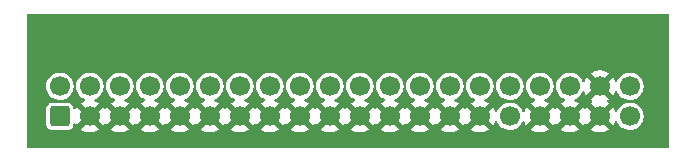
<source format=gbr>
%TF.GenerationSoftware,KiCad,Pcbnew,(6.0.5)*%
%TF.CreationDate,2022-06-05T02:43:02-04:00*%
%TF.ProjectId,Exp_Filter,4578705f-4669-46c7-9465-722e6b696361,rev?*%
%TF.SameCoordinates,Original*%
%TF.FileFunction,Copper,L2,Bot*%
%TF.FilePolarity,Positive*%
%FSLAX46Y46*%
G04 Gerber Fmt 4.6, Leading zero omitted, Abs format (unit mm)*
G04 Created by KiCad (PCBNEW (6.0.5)) date 2022-06-05 02:43:02*
%MOMM*%
%LPD*%
G01*
G04 APERTURE LIST*
G04 Aperture macros list*
%AMRoundRect*
0 Rectangle with rounded corners*
0 $1 Rounding radius*
0 $2 $3 $4 $5 $6 $7 $8 $9 X,Y pos of 4 corners*
0 Add a 4 corners polygon primitive as box body*
4,1,4,$2,$3,$4,$5,$6,$7,$8,$9,$2,$3,0*
0 Add four circle primitives for the rounded corners*
1,1,$1+$1,$2,$3*
1,1,$1+$1,$4,$5*
1,1,$1+$1,$6,$7*
1,1,$1+$1,$8,$9*
0 Add four rect primitives between the rounded corners*
20,1,$1+$1,$2,$3,$4,$5,0*
20,1,$1+$1,$4,$5,$6,$7,0*
20,1,$1+$1,$6,$7,$8,$9,0*
20,1,$1+$1,$8,$9,$2,$3,0*%
G04 Aperture macros list end*
%TA.AperFunction,ComponentPad*%
%ADD10C,1.700000*%
%TD*%
%TA.AperFunction,ComponentPad*%
%ADD11RoundRect,0.250000X0.600000X-0.600000X0.600000X0.600000X-0.600000X0.600000X-0.600000X-0.600000X0*%
%TD*%
G04 APERTURE END LIST*
D10*
%TO.P,J1,40,Pin_40*%
%TO.N,unconnected-(J1-Pad40)*%
X171380000Y-109462500D03*
%TO.P,J1,39,Pin_39*%
%TO.N,unconnected-(J1-Pad39)*%
X171380000Y-112002500D03*
%TO.P,J1,38,Pin_38*%
%TO.N,GND*%
X168840000Y-109462500D03*
%TO.P,J1,37,Pin_37*%
X168840000Y-112002500D03*
%TO.P,J1,36,Pin_36*%
%TO.N,OUT32*%
X166300000Y-109462500D03*
%TO.P,J1,35,Pin_35*%
%TO.N,GND*%
X166300000Y-112002500D03*
%TO.P,J1,34,Pin_34*%
%TO.N,OUT31*%
X163760000Y-109462500D03*
%TO.P,J1,33,Pin_33*%
%TO.N,GND*%
X163760000Y-112002500D03*
%TO.P,J1,32,Pin_32*%
%TO.N,OUT30*%
X161220000Y-109462500D03*
%TO.P,J1,31,Pin_31*%
%TO.N,OUT29*%
X161220000Y-112002500D03*
%TO.P,J1,30,Pin_30*%
%TO.N,unconnected-(J1-Pad30)*%
X158680000Y-109462500D03*
%TO.P,J1,29,Pin_29*%
%TO.N,GND*%
X158680000Y-112002500D03*
%TO.P,J1,28,Pin_28*%
%TO.N,OUT28*%
X156140000Y-109462500D03*
%TO.P,J1,27,Pin_27*%
%TO.N,GND*%
X156140000Y-112002500D03*
%TO.P,J1,26,Pin_26*%
%TO.N,OUT27*%
X153600000Y-109462500D03*
%TO.P,J1,25,Pin_25*%
%TO.N,GND*%
X153600000Y-112002500D03*
%TO.P,J1,24,Pin_24*%
%TO.N,OUT26*%
X151060000Y-109462500D03*
%TO.P,J1,23,Pin_23*%
%TO.N,GND*%
X151060000Y-112002500D03*
%TO.P,J1,22,Pin_22*%
%TO.N,OUT25*%
X148520000Y-109462500D03*
%TO.P,J1,21,Pin_21*%
%TO.N,GND*%
X148520000Y-112002500D03*
%TO.P,J1,20,Pin_20*%
%TO.N,OUT24*%
X145980000Y-109462500D03*
%TO.P,J1,19,Pin_19*%
%TO.N,GND*%
X145980000Y-112002500D03*
%TO.P,J1,18,Pin_18*%
%TO.N,OUT23*%
X143440000Y-109462500D03*
%TO.P,J1,17,Pin_17*%
%TO.N,GND*%
X143440000Y-112002500D03*
%TO.P,J1,16,Pin_16*%
%TO.N,OUT22*%
X140900000Y-109462500D03*
%TO.P,J1,15,Pin_15*%
%TO.N,GND*%
X140900000Y-112002500D03*
%TO.P,J1,14,Pin_14*%
%TO.N,OUT21*%
X138360000Y-109462500D03*
%TO.P,J1,13,Pin_13*%
%TO.N,GND*%
X138360000Y-112002500D03*
%TO.P,J1,12,Pin_12*%
%TO.N,OUT20*%
X135820000Y-109462500D03*
%TO.P,J1,11,Pin_11*%
%TO.N,GND*%
X135820000Y-112002500D03*
%TO.P,J1,10,Pin_10*%
%TO.N,OUT19*%
X133280000Y-109462500D03*
%TO.P,J1,9,Pin_9*%
%TO.N,GND*%
X133280000Y-112002500D03*
%TO.P,J1,8,Pin_8*%
%TO.N,OUT18*%
X130740000Y-109462500D03*
%TO.P,J1,7,Pin_7*%
%TO.N,GND*%
X130740000Y-112002500D03*
%TO.P,J1,6,Pin_6*%
%TO.N,OUT17*%
X128200000Y-109462500D03*
%TO.P,J1,5,Pin_5*%
%TO.N,GND*%
X128200000Y-112002500D03*
%TO.P,J1,4,Pin_4*%
%TO.N,unconnected-(J1-Pad4)*%
X125660000Y-109462500D03*
%TO.P,J1,3,Pin_3*%
%TO.N,GND*%
X125660000Y-112002500D03*
%TO.P,J1,2,Pin_2*%
%TO.N,unconnected-(J1-Pad2)*%
X123120000Y-109462500D03*
D11*
%TO.P,J1,1,Pin_1*%
%TO.N,unconnected-(J1-Pad1)*%
X123120000Y-112002500D03*
%TD*%
%TA.AperFunction,Conductor*%
%TO.N,GND*%
G36*
X174650691Y-103327407D02*
G01*
X174686655Y-103376907D01*
X174691500Y-103407500D01*
X174691500Y-114592500D01*
X174672593Y-114650691D01*
X174623093Y-114686655D01*
X174592500Y-114691500D01*
X120407500Y-114691500D01*
X120349309Y-114672593D01*
X120313345Y-114623093D01*
X120308500Y-114592500D01*
X120308500Y-112645892D01*
X121961500Y-112645892D01*
X121972522Y-112736973D01*
X122028852Y-112879247D01*
X122032932Y-112884622D01*
X122032933Y-112884624D01*
X122091164Y-112961340D01*
X122121368Y-113001132D01*
X122126751Y-113005218D01*
X122207930Y-113066836D01*
X122243253Y-113093648D01*
X122385527Y-113149978D01*
X122476608Y-113161000D01*
X123763392Y-113161000D01*
X123854473Y-113149978D01*
X123910645Y-113127738D01*
X124899387Y-113127738D01*
X124906207Y-113134962D01*
X125067713Y-113229338D01*
X125075008Y-113232834D01*
X125276038Y-113309599D01*
X125283808Y-113311857D01*
X125494674Y-113354758D01*
X125502717Y-113355717D01*
X125717761Y-113363602D01*
X125725838Y-113363236D01*
X125939280Y-113335894D01*
X125947210Y-113334208D01*
X126153304Y-113272376D01*
X126160852Y-113269418D01*
X126354090Y-113174752D01*
X126361045Y-113170605D01*
X126411229Y-113134809D01*
X126416461Y-113127738D01*
X127439387Y-113127738D01*
X127446207Y-113134962D01*
X127607713Y-113229338D01*
X127615008Y-113232834D01*
X127816038Y-113309599D01*
X127823808Y-113311857D01*
X128034674Y-113354758D01*
X128042717Y-113355717D01*
X128257761Y-113363602D01*
X128265838Y-113363236D01*
X128479280Y-113335894D01*
X128487210Y-113334208D01*
X128693304Y-113272376D01*
X128700852Y-113269418D01*
X128894090Y-113174752D01*
X128901045Y-113170605D01*
X128951229Y-113134809D01*
X128956461Y-113127738D01*
X129979387Y-113127738D01*
X129986207Y-113134962D01*
X130147713Y-113229338D01*
X130155008Y-113232834D01*
X130356038Y-113309599D01*
X130363808Y-113311857D01*
X130574674Y-113354758D01*
X130582717Y-113355717D01*
X130797761Y-113363602D01*
X130805838Y-113363236D01*
X131019280Y-113335894D01*
X131027210Y-113334208D01*
X131233304Y-113272376D01*
X131240852Y-113269418D01*
X131434090Y-113174752D01*
X131441045Y-113170605D01*
X131491229Y-113134809D01*
X131496461Y-113127738D01*
X132519387Y-113127738D01*
X132526207Y-113134962D01*
X132687713Y-113229338D01*
X132695008Y-113232834D01*
X132896038Y-113309599D01*
X132903808Y-113311857D01*
X133114674Y-113354758D01*
X133122717Y-113355717D01*
X133337761Y-113363602D01*
X133345838Y-113363236D01*
X133559280Y-113335894D01*
X133567210Y-113334208D01*
X133773304Y-113272376D01*
X133780852Y-113269418D01*
X133974090Y-113174752D01*
X133981045Y-113170605D01*
X134031229Y-113134809D01*
X134036461Y-113127738D01*
X135059387Y-113127738D01*
X135066207Y-113134962D01*
X135227713Y-113229338D01*
X135235008Y-113232834D01*
X135436038Y-113309599D01*
X135443808Y-113311857D01*
X135654674Y-113354758D01*
X135662717Y-113355717D01*
X135877761Y-113363602D01*
X135885838Y-113363236D01*
X136099280Y-113335894D01*
X136107210Y-113334208D01*
X136313304Y-113272376D01*
X136320852Y-113269418D01*
X136514090Y-113174752D01*
X136521045Y-113170605D01*
X136571229Y-113134809D01*
X136576461Y-113127738D01*
X137599387Y-113127738D01*
X137606207Y-113134962D01*
X137767713Y-113229338D01*
X137775008Y-113232834D01*
X137976038Y-113309599D01*
X137983808Y-113311857D01*
X138194674Y-113354758D01*
X138202717Y-113355717D01*
X138417761Y-113363602D01*
X138425838Y-113363236D01*
X138639280Y-113335894D01*
X138647210Y-113334208D01*
X138853304Y-113272376D01*
X138860852Y-113269418D01*
X139054090Y-113174752D01*
X139061045Y-113170605D01*
X139111229Y-113134809D01*
X139116461Y-113127738D01*
X140139387Y-113127738D01*
X140146207Y-113134962D01*
X140307713Y-113229338D01*
X140315008Y-113232834D01*
X140516038Y-113309599D01*
X140523808Y-113311857D01*
X140734674Y-113354758D01*
X140742717Y-113355717D01*
X140957761Y-113363602D01*
X140965838Y-113363236D01*
X141179280Y-113335894D01*
X141187210Y-113334208D01*
X141393304Y-113272376D01*
X141400852Y-113269418D01*
X141594090Y-113174752D01*
X141601045Y-113170605D01*
X141651229Y-113134809D01*
X141656461Y-113127738D01*
X142679387Y-113127738D01*
X142686207Y-113134962D01*
X142847713Y-113229338D01*
X142855008Y-113232834D01*
X143056038Y-113309599D01*
X143063808Y-113311857D01*
X143274674Y-113354758D01*
X143282717Y-113355717D01*
X143497761Y-113363602D01*
X143505838Y-113363236D01*
X143719280Y-113335894D01*
X143727210Y-113334208D01*
X143933304Y-113272376D01*
X143940852Y-113269418D01*
X144134090Y-113174752D01*
X144141045Y-113170605D01*
X144191229Y-113134809D01*
X144196461Y-113127738D01*
X145219387Y-113127738D01*
X145226207Y-113134962D01*
X145387713Y-113229338D01*
X145395008Y-113232834D01*
X145596038Y-113309599D01*
X145603808Y-113311857D01*
X145814674Y-113354758D01*
X145822717Y-113355717D01*
X146037761Y-113363602D01*
X146045838Y-113363236D01*
X146259280Y-113335894D01*
X146267210Y-113334208D01*
X146473304Y-113272376D01*
X146480852Y-113269418D01*
X146674090Y-113174752D01*
X146681045Y-113170605D01*
X146731229Y-113134809D01*
X146736461Y-113127738D01*
X147759387Y-113127738D01*
X147766207Y-113134962D01*
X147927713Y-113229338D01*
X147935008Y-113232834D01*
X148136038Y-113309599D01*
X148143808Y-113311857D01*
X148354674Y-113354758D01*
X148362717Y-113355717D01*
X148577761Y-113363602D01*
X148585838Y-113363236D01*
X148799280Y-113335894D01*
X148807210Y-113334208D01*
X149013304Y-113272376D01*
X149020852Y-113269418D01*
X149214090Y-113174752D01*
X149221045Y-113170605D01*
X149271229Y-113134809D01*
X149276461Y-113127738D01*
X150299387Y-113127738D01*
X150306207Y-113134962D01*
X150467713Y-113229338D01*
X150475008Y-113232834D01*
X150676038Y-113309599D01*
X150683808Y-113311857D01*
X150894674Y-113354758D01*
X150902717Y-113355717D01*
X151117761Y-113363602D01*
X151125838Y-113363236D01*
X151339280Y-113335894D01*
X151347210Y-113334208D01*
X151553304Y-113272376D01*
X151560852Y-113269418D01*
X151754090Y-113174752D01*
X151761045Y-113170605D01*
X151811229Y-113134809D01*
X151816461Y-113127738D01*
X152839387Y-113127738D01*
X152846207Y-113134962D01*
X153007713Y-113229338D01*
X153015008Y-113232834D01*
X153216038Y-113309599D01*
X153223808Y-113311857D01*
X153434674Y-113354758D01*
X153442717Y-113355717D01*
X153657761Y-113363602D01*
X153665838Y-113363236D01*
X153879280Y-113335894D01*
X153887210Y-113334208D01*
X154093304Y-113272376D01*
X154100852Y-113269418D01*
X154294090Y-113174752D01*
X154301045Y-113170605D01*
X154351229Y-113134809D01*
X154356461Y-113127738D01*
X155379387Y-113127738D01*
X155386207Y-113134962D01*
X155547713Y-113229338D01*
X155555008Y-113232834D01*
X155756038Y-113309599D01*
X155763808Y-113311857D01*
X155974674Y-113354758D01*
X155982717Y-113355717D01*
X156197761Y-113363602D01*
X156205838Y-113363236D01*
X156419280Y-113335894D01*
X156427210Y-113334208D01*
X156633304Y-113272376D01*
X156640852Y-113269418D01*
X156834090Y-113174752D01*
X156841045Y-113170605D01*
X156891229Y-113134809D01*
X156896461Y-113127738D01*
X157919387Y-113127738D01*
X157926207Y-113134962D01*
X158087713Y-113229338D01*
X158095008Y-113232834D01*
X158296038Y-113309599D01*
X158303808Y-113311857D01*
X158514674Y-113354758D01*
X158522717Y-113355717D01*
X158737761Y-113363602D01*
X158745838Y-113363236D01*
X158959280Y-113335894D01*
X158967210Y-113334208D01*
X159173304Y-113272376D01*
X159180852Y-113269418D01*
X159374090Y-113174752D01*
X159381045Y-113170605D01*
X159431229Y-113134809D01*
X159439163Y-113124087D01*
X159439170Y-113123224D01*
X159435554Y-113117264D01*
X158691086Y-112372796D01*
X158679203Y-112366742D01*
X158674172Y-112367538D01*
X157925011Y-113116699D01*
X157919387Y-113127738D01*
X156896461Y-113127738D01*
X156899163Y-113124087D01*
X156899170Y-113123224D01*
X156895554Y-113117264D01*
X156151086Y-112372796D01*
X156139203Y-112366742D01*
X156134172Y-112367538D01*
X155385011Y-113116699D01*
X155379387Y-113127738D01*
X154356461Y-113127738D01*
X154359163Y-113124087D01*
X154359170Y-113123224D01*
X154355554Y-113117264D01*
X153611086Y-112372796D01*
X153599203Y-112366742D01*
X153594172Y-112367538D01*
X152845011Y-113116699D01*
X152839387Y-113127738D01*
X151816461Y-113127738D01*
X151819163Y-113124087D01*
X151819170Y-113123224D01*
X151815554Y-113117264D01*
X151071086Y-112372796D01*
X151059203Y-112366742D01*
X151054172Y-112367538D01*
X150305011Y-113116699D01*
X150299387Y-113127738D01*
X149276461Y-113127738D01*
X149279163Y-113124087D01*
X149279170Y-113123224D01*
X149275554Y-113117264D01*
X148531086Y-112372796D01*
X148519203Y-112366742D01*
X148514172Y-112367538D01*
X147765011Y-113116699D01*
X147759387Y-113127738D01*
X146736461Y-113127738D01*
X146739163Y-113124087D01*
X146739170Y-113123224D01*
X146735554Y-113117264D01*
X145991086Y-112372796D01*
X145979203Y-112366742D01*
X145974172Y-112367538D01*
X145225011Y-113116699D01*
X145219387Y-113127738D01*
X144196461Y-113127738D01*
X144199163Y-113124087D01*
X144199170Y-113123224D01*
X144195554Y-113117264D01*
X143451086Y-112372796D01*
X143439203Y-112366742D01*
X143434172Y-112367538D01*
X142685011Y-113116699D01*
X142679387Y-113127738D01*
X141656461Y-113127738D01*
X141659163Y-113124087D01*
X141659170Y-113123224D01*
X141655554Y-113117264D01*
X140911086Y-112372796D01*
X140899203Y-112366742D01*
X140894172Y-112367538D01*
X140145011Y-113116699D01*
X140139387Y-113127738D01*
X139116461Y-113127738D01*
X139119163Y-113124087D01*
X139119170Y-113123224D01*
X139115554Y-113117264D01*
X138371086Y-112372796D01*
X138359203Y-112366742D01*
X138354172Y-112367538D01*
X137605011Y-113116699D01*
X137599387Y-113127738D01*
X136576461Y-113127738D01*
X136579163Y-113124087D01*
X136579170Y-113123224D01*
X136575554Y-113117264D01*
X135831086Y-112372796D01*
X135819203Y-112366742D01*
X135814172Y-112367538D01*
X135065011Y-113116699D01*
X135059387Y-113127738D01*
X134036461Y-113127738D01*
X134039163Y-113124087D01*
X134039170Y-113123224D01*
X134035554Y-113117264D01*
X133291086Y-112372796D01*
X133279203Y-112366742D01*
X133274172Y-112367538D01*
X132525011Y-113116699D01*
X132519387Y-113127738D01*
X131496461Y-113127738D01*
X131499163Y-113124087D01*
X131499170Y-113123224D01*
X131495554Y-113117264D01*
X130751086Y-112372796D01*
X130739203Y-112366742D01*
X130734172Y-112367538D01*
X129985011Y-113116699D01*
X129979387Y-113127738D01*
X128956461Y-113127738D01*
X128959163Y-113124087D01*
X128959170Y-113123224D01*
X128955554Y-113117264D01*
X128211086Y-112372796D01*
X128199203Y-112366742D01*
X128194172Y-112367538D01*
X127445011Y-113116699D01*
X127439387Y-113127738D01*
X126416461Y-113127738D01*
X126419163Y-113124087D01*
X126419170Y-113123224D01*
X126415554Y-113117264D01*
X125671086Y-112372796D01*
X125659203Y-112366742D01*
X125654172Y-112367538D01*
X124905011Y-113116699D01*
X124899387Y-113127738D01*
X123910645Y-113127738D01*
X123996747Y-113093648D01*
X124032071Y-113066836D01*
X124113249Y-113005218D01*
X124118632Y-113001132D01*
X124148836Y-112961340D01*
X124207067Y-112884624D01*
X124207068Y-112884622D01*
X124211148Y-112879247D01*
X124267478Y-112736973D01*
X124274523Y-112678758D01*
X124300284Y-112623260D01*
X124353747Y-112593504D01*
X124414489Y-112600855D01*
X124457217Y-112638925D01*
X124527732Y-112753996D01*
X124537419Y-112762269D01*
X124545605Y-112757685D01*
X125289704Y-112013586D01*
X125294946Y-112003297D01*
X126024242Y-112003297D01*
X126025038Y-112008328D01*
X126772200Y-112755490D01*
X126784083Y-112761544D01*
X126785028Y-112761395D01*
X126790201Y-112756953D01*
X126825649Y-112707621D01*
X126829822Y-112700676D01*
X126841990Y-112676057D01*
X126884723Y-112632267D01*
X126945033Y-112621958D01*
X126999885Y-112649068D01*
X127015153Y-112668194D01*
X127067732Y-112753996D01*
X127077419Y-112762269D01*
X127085605Y-112757685D01*
X127829704Y-112013586D01*
X127834946Y-112003297D01*
X128564242Y-112003297D01*
X128565038Y-112008328D01*
X129312200Y-112755490D01*
X129324083Y-112761544D01*
X129325028Y-112761395D01*
X129330201Y-112756953D01*
X129365649Y-112707621D01*
X129369822Y-112700676D01*
X129381990Y-112676057D01*
X129424723Y-112632267D01*
X129485033Y-112621958D01*
X129539885Y-112649068D01*
X129555153Y-112668194D01*
X129607732Y-112753996D01*
X129617419Y-112762269D01*
X129625605Y-112757685D01*
X130369704Y-112013586D01*
X130374946Y-112003297D01*
X131104242Y-112003297D01*
X131105038Y-112008328D01*
X131852200Y-112755490D01*
X131864083Y-112761544D01*
X131865028Y-112761395D01*
X131870201Y-112756953D01*
X131905649Y-112707621D01*
X131909822Y-112700676D01*
X131921990Y-112676057D01*
X131964723Y-112632267D01*
X132025033Y-112621958D01*
X132079885Y-112649068D01*
X132095153Y-112668194D01*
X132147732Y-112753996D01*
X132157419Y-112762269D01*
X132165605Y-112757685D01*
X132909704Y-112013586D01*
X132914946Y-112003297D01*
X133644242Y-112003297D01*
X133645038Y-112008328D01*
X134392200Y-112755490D01*
X134404083Y-112761544D01*
X134405028Y-112761395D01*
X134410201Y-112756953D01*
X134445649Y-112707621D01*
X134449822Y-112700676D01*
X134461990Y-112676057D01*
X134504723Y-112632267D01*
X134565033Y-112621958D01*
X134619885Y-112649068D01*
X134635153Y-112668194D01*
X134687732Y-112753996D01*
X134697419Y-112762269D01*
X134705605Y-112757685D01*
X135449704Y-112013586D01*
X135454946Y-112003297D01*
X136184242Y-112003297D01*
X136185038Y-112008328D01*
X136932200Y-112755490D01*
X136944083Y-112761544D01*
X136945028Y-112761395D01*
X136950201Y-112756953D01*
X136985649Y-112707621D01*
X136989822Y-112700676D01*
X137001990Y-112676057D01*
X137044723Y-112632267D01*
X137105033Y-112621958D01*
X137159885Y-112649068D01*
X137175153Y-112668194D01*
X137227732Y-112753996D01*
X137237419Y-112762269D01*
X137245605Y-112757685D01*
X137989704Y-112013586D01*
X137994946Y-112003297D01*
X138724242Y-112003297D01*
X138725038Y-112008328D01*
X139472200Y-112755490D01*
X139484083Y-112761544D01*
X139485028Y-112761395D01*
X139490201Y-112756953D01*
X139525649Y-112707621D01*
X139529822Y-112700676D01*
X139541990Y-112676057D01*
X139584723Y-112632267D01*
X139645033Y-112621958D01*
X139699885Y-112649068D01*
X139715153Y-112668194D01*
X139767732Y-112753996D01*
X139777419Y-112762269D01*
X139785605Y-112757685D01*
X140529704Y-112013586D01*
X140534946Y-112003297D01*
X141264242Y-112003297D01*
X141265038Y-112008328D01*
X142012200Y-112755490D01*
X142024083Y-112761544D01*
X142025028Y-112761395D01*
X142030201Y-112756953D01*
X142065649Y-112707621D01*
X142069822Y-112700676D01*
X142081990Y-112676057D01*
X142124723Y-112632267D01*
X142185033Y-112621958D01*
X142239885Y-112649068D01*
X142255153Y-112668194D01*
X142307732Y-112753996D01*
X142317419Y-112762269D01*
X142325605Y-112757685D01*
X143069704Y-112013586D01*
X143074946Y-112003297D01*
X143804242Y-112003297D01*
X143805038Y-112008328D01*
X144552200Y-112755490D01*
X144564083Y-112761544D01*
X144565028Y-112761395D01*
X144570201Y-112756953D01*
X144605649Y-112707621D01*
X144609822Y-112700676D01*
X144621990Y-112676057D01*
X144664723Y-112632267D01*
X144725033Y-112621958D01*
X144779885Y-112649068D01*
X144795153Y-112668194D01*
X144847732Y-112753996D01*
X144857419Y-112762269D01*
X144865605Y-112757685D01*
X145609704Y-112013586D01*
X145614946Y-112003297D01*
X146344242Y-112003297D01*
X146345038Y-112008328D01*
X147092200Y-112755490D01*
X147104083Y-112761544D01*
X147105028Y-112761395D01*
X147110201Y-112756953D01*
X147145649Y-112707621D01*
X147149822Y-112700676D01*
X147161990Y-112676057D01*
X147204723Y-112632267D01*
X147265033Y-112621958D01*
X147319885Y-112649068D01*
X147335153Y-112668194D01*
X147387732Y-112753996D01*
X147397419Y-112762269D01*
X147405605Y-112757685D01*
X148149704Y-112013586D01*
X148154946Y-112003297D01*
X148884242Y-112003297D01*
X148885038Y-112008328D01*
X149632200Y-112755490D01*
X149644083Y-112761544D01*
X149645028Y-112761395D01*
X149650201Y-112756953D01*
X149685649Y-112707621D01*
X149689822Y-112700676D01*
X149701990Y-112676057D01*
X149744723Y-112632267D01*
X149805033Y-112621958D01*
X149859885Y-112649068D01*
X149875153Y-112668194D01*
X149927732Y-112753996D01*
X149937419Y-112762269D01*
X149945605Y-112757685D01*
X150689704Y-112013586D01*
X150694946Y-112003297D01*
X151424242Y-112003297D01*
X151425038Y-112008328D01*
X152172200Y-112755490D01*
X152184083Y-112761544D01*
X152185028Y-112761395D01*
X152190201Y-112756953D01*
X152225649Y-112707621D01*
X152229822Y-112700676D01*
X152241990Y-112676057D01*
X152284723Y-112632267D01*
X152345033Y-112621958D01*
X152399885Y-112649068D01*
X152415153Y-112668194D01*
X152467732Y-112753996D01*
X152477419Y-112762269D01*
X152485605Y-112757685D01*
X153229704Y-112013586D01*
X153234946Y-112003297D01*
X153964242Y-112003297D01*
X153965038Y-112008328D01*
X154712200Y-112755490D01*
X154724083Y-112761544D01*
X154725028Y-112761395D01*
X154730201Y-112756953D01*
X154765649Y-112707621D01*
X154769822Y-112700676D01*
X154781990Y-112676057D01*
X154824723Y-112632267D01*
X154885033Y-112621958D01*
X154939885Y-112649068D01*
X154955153Y-112668194D01*
X155007732Y-112753996D01*
X155017419Y-112762269D01*
X155025605Y-112757685D01*
X155769704Y-112013586D01*
X155774946Y-112003297D01*
X156504242Y-112003297D01*
X156505038Y-112008328D01*
X157252200Y-112755490D01*
X157264083Y-112761544D01*
X157265028Y-112761395D01*
X157270201Y-112756953D01*
X157305649Y-112707621D01*
X157309822Y-112700676D01*
X157321990Y-112676057D01*
X157364723Y-112632267D01*
X157425033Y-112621958D01*
X157479885Y-112649068D01*
X157495153Y-112668194D01*
X157547732Y-112753996D01*
X157557419Y-112762269D01*
X157565605Y-112757685D01*
X158309704Y-112013586D01*
X158314946Y-112003297D01*
X159044242Y-112003297D01*
X159045038Y-112008328D01*
X159792200Y-112755490D01*
X159804083Y-112761544D01*
X159805028Y-112761395D01*
X159810201Y-112756953D01*
X159845649Y-112707621D01*
X159849822Y-112700676D01*
X159945164Y-112507768D01*
X159948145Y-112500241D01*
X159962078Y-112454380D01*
X159997085Y-112404199D01*
X160054902Y-112384177D01*
X160113445Y-112401964D01*
X160146709Y-112441712D01*
X160210506Y-112580100D01*
X160210509Y-112580105D01*
X160212411Y-112584231D01*
X160335296Y-112758109D01*
X160487809Y-112906681D01*
X160491584Y-112909203D01*
X160491586Y-112909205D01*
X160569612Y-112961340D01*
X160664843Y-113024971D01*
X160860470Y-113109019D01*
X161068138Y-113156009D01*
X161174514Y-113160189D01*
X161276358Y-113164191D01*
X161276359Y-113164191D01*
X161280891Y-113164369D01*
X161491605Y-113133816D01*
X161495904Y-113132357D01*
X161495907Y-113132356D01*
X161509511Y-113127738D01*
X162999387Y-113127738D01*
X163006207Y-113134962D01*
X163167713Y-113229338D01*
X163175008Y-113232834D01*
X163376038Y-113309599D01*
X163383808Y-113311857D01*
X163594674Y-113354758D01*
X163602717Y-113355717D01*
X163817761Y-113363602D01*
X163825838Y-113363236D01*
X164039280Y-113335894D01*
X164047210Y-113334208D01*
X164253304Y-113272376D01*
X164260852Y-113269418D01*
X164454090Y-113174752D01*
X164461045Y-113170605D01*
X164511229Y-113134809D01*
X164516461Y-113127738D01*
X165539387Y-113127738D01*
X165546207Y-113134962D01*
X165707713Y-113229338D01*
X165715008Y-113232834D01*
X165916038Y-113309599D01*
X165923808Y-113311857D01*
X166134674Y-113354758D01*
X166142717Y-113355717D01*
X166357761Y-113363602D01*
X166365838Y-113363236D01*
X166579280Y-113335894D01*
X166587210Y-113334208D01*
X166793304Y-113272376D01*
X166800852Y-113269418D01*
X166994090Y-113174752D01*
X167001045Y-113170605D01*
X167051229Y-113134809D01*
X167056461Y-113127738D01*
X168079387Y-113127738D01*
X168086207Y-113134962D01*
X168247713Y-113229338D01*
X168255008Y-113232834D01*
X168456038Y-113309599D01*
X168463808Y-113311857D01*
X168674674Y-113354758D01*
X168682717Y-113355717D01*
X168897761Y-113363602D01*
X168905838Y-113363236D01*
X169119280Y-113335894D01*
X169127210Y-113334208D01*
X169333304Y-113272376D01*
X169340852Y-113269418D01*
X169534090Y-113174752D01*
X169541045Y-113170605D01*
X169591229Y-113134809D01*
X169599163Y-113124087D01*
X169599170Y-113123224D01*
X169595554Y-113117264D01*
X168851086Y-112372796D01*
X168839203Y-112366742D01*
X168834172Y-112367538D01*
X168085011Y-113116699D01*
X168079387Y-113127738D01*
X167056461Y-113127738D01*
X167059163Y-113124087D01*
X167059170Y-113123224D01*
X167055554Y-113117264D01*
X166311086Y-112372796D01*
X166299203Y-112366742D01*
X166294172Y-112367538D01*
X165545011Y-113116699D01*
X165539387Y-113127738D01*
X164516461Y-113127738D01*
X164519163Y-113124087D01*
X164519170Y-113123224D01*
X164515554Y-113117264D01*
X163771086Y-112372796D01*
X163759203Y-112366742D01*
X163754172Y-112367538D01*
X163005011Y-113116699D01*
X162999387Y-113127738D01*
X161509511Y-113127738D01*
X161688922Y-113066836D01*
X161693223Y-113065376D01*
X161878993Y-112961340D01*
X161882481Y-112958439D01*
X161882484Y-112958437D01*
X162039200Y-112828098D01*
X162042693Y-112825193D01*
X162098486Y-112758109D01*
X162175937Y-112664984D01*
X162175939Y-112664981D01*
X162178840Y-112661493D01*
X162282876Y-112475723D01*
X162290090Y-112454471D01*
X162326696Y-112405448D01*
X162385129Y-112387303D01*
X162443068Y-112406970D01*
X162475561Y-112449049D01*
X162542183Y-112613120D01*
X162545840Y-112620360D01*
X162627732Y-112753996D01*
X162637419Y-112762269D01*
X162645605Y-112757685D01*
X163389704Y-112013586D01*
X163394946Y-112003297D01*
X164124242Y-112003297D01*
X164125038Y-112008328D01*
X164872200Y-112755490D01*
X164884083Y-112761544D01*
X164885028Y-112761395D01*
X164890201Y-112756953D01*
X164925649Y-112707621D01*
X164929822Y-112700676D01*
X164941990Y-112676057D01*
X164984723Y-112632267D01*
X165045033Y-112621958D01*
X165099885Y-112649068D01*
X165115153Y-112668194D01*
X165167732Y-112753996D01*
X165177419Y-112762269D01*
X165185605Y-112757685D01*
X165929704Y-112013586D01*
X165934946Y-112003297D01*
X166664242Y-112003297D01*
X166665038Y-112008328D01*
X167412200Y-112755490D01*
X167424083Y-112761544D01*
X167425028Y-112761395D01*
X167430201Y-112756953D01*
X167465649Y-112707621D01*
X167469822Y-112700676D01*
X167481990Y-112676057D01*
X167524723Y-112632267D01*
X167585033Y-112621958D01*
X167639885Y-112649068D01*
X167655153Y-112668194D01*
X167707732Y-112753996D01*
X167717419Y-112762269D01*
X167725605Y-112757685D01*
X168469704Y-112013586D01*
X168474946Y-112003297D01*
X169204242Y-112003297D01*
X169205038Y-112008328D01*
X169952200Y-112755490D01*
X169964083Y-112761544D01*
X169965028Y-112761395D01*
X169970201Y-112756953D01*
X170005649Y-112707621D01*
X170009822Y-112700676D01*
X170105164Y-112507768D01*
X170108145Y-112500241D01*
X170122078Y-112454380D01*
X170157085Y-112404199D01*
X170214902Y-112384177D01*
X170273445Y-112401964D01*
X170306709Y-112441712D01*
X170370506Y-112580100D01*
X170370509Y-112580105D01*
X170372411Y-112584231D01*
X170495296Y-112758109D01*
X170647809Y-112906681D01*
X170651584Y-112909203D01*
X170651586Y-112909205D01*
X170729612Y-112961340D01*
X170824843Y-113024971D01*
X171020470Y-113109019D01*
X171228138Y-113156009D01*
X171334514Y-113160189D01*
X171436358Y-113164191D01*
X171436359Y-113164191D01*
X171440891Y-113164369D01*
X171651605Y-113133816D01*
X171655904Y-113132357D01*
X171655907Y-113132356D01*
X171848922Y-113066836D01*
X171853223Y-113065376D01*
X172038993Y-112961340D01*
X172042481Y-112958439D01*
X172042484Y-112958437D01*
X172199200Y-112828098D01*
X172202693Y-112825193D01*
X172258486Y-112758109D01*
X172335937Y-112664984D01*
X172335939Y-112664981D01*
X172338840Y-112661493D01*
X172442876Y-112475723D01*
X172454421Y-112441712D01*
X172509856Y-112278407D01*
X172509857Y-112278404D01*
X172511316Y-112274105D01*
X172541869Y-112063391D01*
X172543311Y-112008328D01*
X172543387Y-112005414D01*
X172543387Y-112005409D01*
X172543463Y-112002500D01*
X172542928Y-111996672D01*
X172524396Y-111794994D01*
X172523981Y-111790476D01*
X172466186Y-111585552D01*
X172450291Y-111553319D01*
X172374023Y-111398664D01*
X172372015Y-111394592D01*
X172244622Y-111223991D01*
X172088271Y-111079463D01*
X172055705Y-111058915D01*
X171912038Y-110968268D01*
X171908201Y-110965847D01*
X171710441Y-110886949D01*
X171501615Y-110845411D01*
X171396734Y-110844038D01*
X171293256Y-110842683D01*
X171293251Y-110842683D01*
X171288716Y-110842624D01*
X171284243Y-110843393D01*
X171284238Y-110843393D01*
X171083352Y-110877911D01*
X171083346Y-110877913D01*
X171078874Y-110878681D01*
X171051906Y-110888630D01*
X170883379Y-110950802D01*
X170883376Y-110950803D01*
X170879116Y-110952375D01*
X170875213Y-110954697D01*
X170875211Y-110954698D01*
X170811362Y-110992685D01*
X170696134Y-111061239D01*
X170692719Y-111064234D01*
X170692716Y-111064236D01*
X170615414Y-111132028D01*
X170536054Y-111201625D01*
X170404238Y-111368833D01*
X170305100Y-111557262D01*
X170303731Y-111556542D01*
X170268100Y-111598257D01*
X170208605Y-111612537D01*
X170152078Y-111589120D01*
X170125588Y-111553319D01*
X170042530Y-111362298D01*
X170038710Y-111355172D01*
X169971740Y-111251653D01*
X169961549Y-111243371D01*
X169953975Y-111247735D01*
X169210296Y-111991414D01*
X169204242Y-112003297D01*
X168474946Y-112003297D01*
X168475758Y-112001703D01*
X168474962Y-111996672D01*
X167728123Y-111249833D01*
X167716240Y-111243779D01*
X167715941Y-111243826D01*
X167710015Y-111249042D01*
X167657466Y-111326075D01*
X167655026Y-111330371D01*
X167609845Y-111371631D01*
X167549042Y-111378454D01*
X167495840Y-111348234D01*
X167485822Y-111335249D01*
X167431743Y-111251655D01*
X167421549Y-111243371D01*
X167413975Y-111247735D01*
X166670296Y-111991414D01*
X166664242Y-112003297D01*
X165934946Y-112003297D01*
X165935758Y-112001703D01*
X165934962Y-111996672D01*
X165188123Y-111249833D01*
X165176240Y-111243779D01*
X165175941Y-111243826D01*
X165170015Y-111249042D01*
X165117466Y-111326075D01*
X165115026Y-111330371D01*
X165069845Y-111371631D01*
X165009042Y-111378454D01*
X164955840Y-111348234D01*
X164945822Y-111335249D01*
X164891743Y-111251655D01*
X164881549Y-111243371D01*
X164873975Y-111247735D01*
X164130296Y-111991414D01*
X164124242Y-112003297D01*
X163394946Y-112003297D01*
X163395758Y-112001703D01*
X163394962Y-111996672D01*
X162648123Y-111249833D01*
X162636240Y-111243779D01*
X162635941Y-111243826D01*
X162630015Y-111249042D01*
X162577466Y-111326075D01*
X162573468Y-111333113D01*
X162482871Y-111528290D01*
X162480074Y-111535891D01*
X162478044Y-111543212D01*
X162444275Y-111594235D01*
X162386965Y-111615664D01*
X162328004Y-111599314D01*
X162293854Y-111560545D01*
X162214023Y-111398664D01*
X162212015Y-111394592D01*
X162084622Y-111223991D01*
X161928271Y-111079463D01*
X161895705Y-111058915D01*
X161752038Y-110968268D01*
X161748201Y-110965847D01*
X161550441Y-110886949D01*
X161341615Y-110845411D01*
X161236734Y-110844038D01*
X161133256Y-110842683D01*
X161133251Y-110842683D01*
X161128716Y-110842624D01*
X161124243Y-110843393D01*
X161124238Y-110843393D01*
X160923352Y-110877911D01*
X160923346Y-110877913D01*
X160918874Y-110878681D01*
X160891906Y-110888630D01*
X160723379Y-110950802D01*
X160723376Y-110950803D01*
X160719116Y-110952375D01*
X160715213Y-110954697D01*
X160715211Y-110954698D01*
X160651362Y-110992685D01*
X160536134Y-111061239D01*
X160532719Y-111064234D01*
X160532716Y-111064236D01*
X160455414Y-111132028D01*
X160376054Y-111201625D01*
X160244238Y-111368833D01*
X160145100Y-111557262D01*
X160143731Y-111556542D01*
X160108100Y-111598257D01*
X160048605Y-111612537D01*
X159992078Y-111589120D01*
X159965588Y-111553319D01*
X159882530Y-111362298D01*
X159878710Y-111355172D01*
X159811740Y-111251653D01*
X159801549Y-111243371D01*
X159793975Y-111247735D01*
X159050296Y-111991414D01*
X159044242Y-112003297D01*
X158314946Y-112003297D01*
X158315758Y-112001703D01*
X158314962Y-111996672D01*
X157568123Y-111249833D01*
X157556240Y-111243779D01*
X157555941Y-111243826D01*
X157550015Y-111249042D01*
X157497466Y-111326075D01*
X157495026Y-111330371D01*
X157449845Y-111371631D01*
X157389042Y-111378454D01*
X157335840Y-111348234D01*
X157325822Y-111335249D01*
X157271743Y-111251655D01*
X157261549Y-111243371D01*
X157253975Y-111247735D01*
X156510296Y-111991414D01*
X156504242Y-112003297D01*
X155774946Y-112003297D01*
X155775758Y-112001703D01*
X155774962Y-111996672D01*
X155028123Y-111249833D01*
X155016240Y-111243779D01*
X155015941Y-111243826D01*
X155010015Y-111249042D01*
X154957466Y-111326075D01*
X154955026Y-111330371D01*
X154909845Y-111371631D01*
X154849042Y-111378454D01*
X154795840Y-111348234D01*
X154785822Y-111335249D01*
X154731743Y-111251655D01*
X154721549Y-111243371D01*
X154713975Y-111247735D01*
X153970296Y-111991414D01*
X153964242Y-112003297D01*
X153234946Y-112003297D01*
X153235758Y-112001703D01*
X153234962Y-111996672D01*
X152488123Y-111249833D01*
X152476240Y-111243779D01*
X152475941Y-111243826D01*
X152470015Y-111249042D01*
X152417466Y-111326075D01*
X152415026Y-111330371D01*
X152369845Y-111371631D01*
X152309042Y-111378454D01*
X152255840Y-111348234D01*
X152245822Y-111335249D01*
X152191743Y-111251655D01*
X152181549Y-111243371D01*
X152173975Y-111247735D01*
X151430296Y-111991414D01*
X151424242Y-112003297D01*
X150694946Y-112003297D01*
X150695758Y-112001703D01*
X150694962Y-111996672D01*
X149948123Y-111249833D01*
X149936240Y-111243779D01*
X149935941Y-111243826D01*
X149930015Y-111249042D01*
X149877466Y-111326075D01*
X149875026Y-111330371D01*
X149829845Y-111371631D01*
X149769042Y-111378454D01*
X149715840Y-111348234D01*
X149705822Y-111335249D01*
X149651743Y-111251655D01*
X149641549Y-111243371D01*
X149633975Y-111247735D01*
X148890296Y-111991414D01*
X148884242Y-112003297D01*
X148154946Y-112003297D01*
X148155758Y-112001703D01*
X148154962Y-111996672D01*
X147408123Y-111249833D01*
X147396240Y-111243779D01*
X147395941Y-111243826D01*
X147390015Y-111249042D01*
X147337466Y-111326075D01*
X147335026Y-111330371D01*
X147289845Y-111371631D01*
X147229042Y-111378454D01*
X147175840Y-111348234D01*
X147165822Y-111335249D01*
X147111743Y-111251655D01*
X147101549Y-111243371D01*
X147093975Y-111247735D01*
X146350296Y-111991414D01*
X146344242Y-112003297D01*
X145614946Y-112003297D01*
X145615758Y-112001703D01*
X145614962Y-111996672D01*
X144868123Y-111249833D01*
X144856240Y-111243779D01*
X144855941Y-111243826D01*
X144850015Y-111249042D01*
X144797466Y-111326075D01*
X144795026Y-111330371D01*
X144749845Y-111371631D01*
X144689042Y-111378454D01*
X144635840Y-111348234D01*
X144625822Y-111335249D01*
X144571743Y-111251655D01*
X144561549Y-111243371D01*
X144553975Y-111247735D01*
X143810296Y-111991414D01*
X143804242Y-112003297D01*
X143074946Y-112003297D01*
X143075758Y-112001703D01*
X143074962Y-111996672D01*
X142328123Y-111249833D01*
X142316240Y-111243779D01*
X142315941Y-111243826D01*
X142310015Y-111249042D01*
X142257466Y-111326075D01*
X142255026Y-111330371D01*
X142209845Y-111371631D01*
X142149042Y-111378454D01*
X142095840Y-111348234D01*
X142085822Y-111335249D01*
X142031743Y-111251655D01*
X142021549Y-111243371D01*
X142013975Y-111247735D01*
X141270296Y-111991414D01*
X141264242Y-112003297D01*
X140534946Y-112003297D01*
X140535758Y-112001703D01*
X140534962Y-111996672D01*
X139788123Y-111249833D01*
X139776240Y-111243779D01*
X139775941Y-111243826D01*
X139770015Y-111249042D01*
X139717466Y-111326075D01*
X139715026Y-111330371D01*
X139669845Y-111371631D01*
X139609042Y-111378454D01*
X139555840Y-111348234D01*
X139545822Y-111335249D01*
X139491743Y-111251655D01*
X139481549Y-111243371D01*
X139473975Y-111247735D01*
X138730296Y-111991414D01*
X138724242Y-112003297D01*
X137994946Y-112003297D01*
X137995758Y-112001703D01*
X137994962Y-111996672D01*
X137248123Y-111249833D01*
X137236240Y-111243779D01*
X137235941Y-111243826D01*
X137230015Y-111249042D01*
X137177466Y-111326075D01*
X137175026Y-111330371D01*
X137129845Y-111371631D01*
X137069042Y-111378454D01*
X137015840Y-111348234D01*
X137005822Y-111335249D01*
X136951743Y-111251655D01*
X136941549Y-111243371D01*
X136933975Y-111247735D01*
X136190296Y-111991414D01*
X136184242Y-112003297D01*
X135454946Y-112003297D01*
X135455758Y-112001703D01*
X135454962Y-111996672D01*
X134708123Y-111249833D01*
X134696240Y-111243779D01*
X134695941Y-111243826D01*
X134690015Y-111249042D01*
X134637466Y-111326075D01*
X134635026Y-111330371D01*
X134589845Y-111371631D01*
X134529042Y-111378454D01*
X134475840Y-111348234D01*
X134465822Y-111335249D01*
X134411743Y-111251655D01*
X134401549Y-111243371D01*
X134393975Y-111247735D01*
X133650296Y-111991414D01*
X133644242Y-112003297D01*
X132914946Y-112003297D01*
X132915758Y-112001703D01*
X132914962Y-111996672D01*
X132168123Y-111249833D01*
X132156240Y-111243779D01*
X132155941Y-111243826D01*
X132150015Y-111249042D01*
X132097466Y-111326075D01*
X132095026Y-111330371D01*
X132049845Y-111371631D01*
X131989042Y-111378454D01*
X131935840Y-111348234D01*
X131925822Y-111335249D01*
X131871743Y-111251655D01*
X131861549Y-111243371D01*
X131853975Y-111247735D01*
X131110296Y-111991414D01*
X131104242Y-112003297D01*
X130374946Y-112003297D01*
X130375758Y-112001703D01*
X130374962Y-111996672D01*
X129628123Y-111249833D01*
X129616240Y-111243779D01*
X129615941Y-111243826D01*
X129610015Y-111249042D01*
X129557466Y-111326075D01*
X129555026Y-111330371D01*
X129509845Y-111371631D01*
X129449042Y-111378454D01*
X129395840Y-111348234D01*
X129385822Y-111335249D01*
X129331743Y-111251655D01*
X129321549Y-111243371D01*
X129313975Y-111247735D01*
X128570296Y-111991414D01*
X128564242Y-112003297D01*
X127834946Y-112003297D01*
X127835758Y-112001703D01*
X127834962Y-111996672D01*
X127088123Y-111249833D01*
X127076240Y-111243779D01*
X127075941Y-111243826D01*
X127070015Y-111249042D01*
X127017466Y-111326075D01*
X127015026Y-111330371D01*
X126969845Y-111371631D01*
X126909042Y-111378454D01*
X126855840Y-111348234D01*
X126845822Y-111335249D01*
X126791743Y-111251655D01*
X126781549Y-111243371D01*
X126773975Y-111247735D01*
X126030296Y-111991414D01*
X126024242Y-112003297D01*
X125294946Y-112003297D01*
X125295758Y-112001703D01*
X125294962Y-111996672D01*
X124548123Y-111249833D01*
X124536240Y-111243779D01*
X124535941Y-111243826D01*
X124530015Y-111249042D01*
X124477466Y-111326075D01*
X124473474Y-111333103D01*
X124462651Y-111356420D01*
X124421001Y-111401241D01*
X124360960Y-111413021D01*
X124305462Y-111387260D01*
X124275705Y-111333798D01*
X124274570Y-111326632D01*
X124268242Y-111274341D01*
X124267478Y-111268027D01*
X124211148Y-111125753D01*
X124118632Y-111003868D01*
X124071731Y-110968268D01*
X124002124Y-110915433D01*
X124002122Y-110915432D01*
X123996747Y-110911352D01*
X123854473Y-110855022D01*
X123763392Y-110844000D01*
X122476608Y-110844000D01*
X122385527Y-110855022D01*
X122243253Y-110911352D01*
X122237878Y-110915432D01*
X122237876Y-110915433D01*
X122168269Y-110968268D01*
X122121368Y-111003868D01*
X122028852Y-111125753D01*
X121972522Y-111268027D01*
X121961500Y-111359108D01*
X121961500Y-112645892D01*
X120308500Y-112645892D01*
X120308500Y-109432044D01*
X121956936Y-109432044D01*
X121970861Y-109644506D01*
X121971977Y-109648899D01*
X121971977Y-109648901D01*
X121994709Y-109738407D01*
X122023272Y-109850872D01*
X122112411Y-110044231D01*
X122235296Y-110218109D01*
X122387809Y-110366681D01*
X122391584Y-110369203D01*
X122391586Y-110369205D01*
X122469612Y-110421340D01*
X122564843Y-110484971D01*
X122760470Y-110569019D01*
X122968138Y-110616009D01*
X123074515Y-110620189D01*
X123176358Y-110624191D01*
X123176359Y-110624191D01*
X123180891Y-110624369D01*
X123391605Y-110593816D01*
X123395904Y-110592357D01*
X123395907Y-110592356D01*
X123588922Y-110526836D01*
X123593223Y-110525376D01*
X123778993Y-110421340D01*
X123782481Y-110418439D01*
X123782484Y-110418437D01*
X123939200Y-110288098D01*
X123942693Y-110285193D01*
X123998486Y-110218109D01*
X124075937Y-110124984D01*
X124075939Y-110124981D01*
X124078840Y-110121493D01*
X124182876Y-109935723D01*
X124194421Y-109901712D01*
X124249856Y-109738407D01*
X124249857Y-109738404D01*
X124251316Y-109734105D01*
X124281869Y-109523391D01*
X124283311Y-109468328D01*
X124283387Y-109465414D01*
X124283387Y-109465409D01*
X124283463Y-109462500D01*
X124282928Y-109456672D01*
X124280665Y-109432044D01*
X124496936Y-109432044D01*
X124510861Y-109644506D01*
X124511977Y-109648899D01*
X124511977Y-109648901D01*
X124534709Y-109738407D01*
X124563272Y-109850872D01*
X124652411Y-110044231D01*
X124775296Y-110218109D01*
X124927809Y-110366681D01*
X124931584Y-110369203D01*
X124931586Y-110369205D01*
X125009612Y-110421340D01*
X125104843Y-110484971D01*
X125109010Y-110486761D01*
X125109015Y-110486764D01*
X125220995Y-110534874D01*
X125266996Y-110575216D01*
X125280500Y-110634893D01*
X125256347Y-110691109D01*
X125212672Y-110719935D01*
X125135807Y-110745058D01*
X125128350Y-110748193D01*
X124937482Y-110847553D01*
X124930623Y-110851872D01*
X124907726Y-110869064D01*
X124900058Y-110879975D01*
X124900082Y-110881494D01*
X124903193Y-110886483D01*
X125648914Y-111632204D01*
X125660797Y-111638258D01*
X125665828Y-111637462D01*
X126415115Y-110888175D01*
X126421169Y-110876292D01*
X126420830Y-110874152D01*
X126417796Y-110870451D01*
X126417268Y-110870034D01*
X126410527Y-110865555D01*
X126222141Y-110761560D01*
X126214749Y-110758238D01*
X126108220Y-110720514D01*
X126059678Y-110683267D01*
X126042301Y-110624601D01*
X126062725Y-110566925D01*
X126109443Y-110533448D01*
X126133223Y-110525376D01*
X126318993Y-110421340D01*
X126322481Y-110418439D01*
X126322484Y-110418437D01*
X126479200Y-110288098D01*
X126482693Y-110285193D01*
X126538486Y-110218109D01*
X126615937Y-110124984D01*
X126615939Y-110124981D01*
X126618840Y-110121493D01*
X126722876Y-109935723D01*
X126734421Y-109901712D01*
X126789856Y-109738407D01*
X126789857Y-109738404D01*
X126791316Y-109734105D01*
X126821869Y-109523391D01*
X126823311Y-109468328D01*
X126823387Y-109465414D01*
X126823387Y-109465409D01*
X126823463Y-109462500D01*
X126822928Y-109456672D01*
X126820665Y-109432044D01*
X127036936Y-109432044D01*
X127050861Y-109644506D01*
X127051977Y-109648899D01*
X127051977Y-109648901D01*
X127074709Y-109738407D01*
X127103272Y-109850872D01*
X127192411Y-110044231D01*
X127315296Y-110218109D01*
X127467809Y-110366681D01*
X127471584Y-110369203D01*
X127471586Y-110369205D01*
X127549612Y-110421340D01*
X127644843Y-110484971D01*
X127649010Y-110486761D01*
X127649015Y-110486764D01*
X127760995Y-110534874D01*
X127806996Y-110575216D01*
X127820500Y-110634893D01*
X127796347Y-110691109D01*
X127752672Y-110719935D01*
X127675807Y-110745058D01*
X127668350Y-110748193D01*
X127477482Y-110847553D01*
X127470623Y-110851872D01*
X127447726Y-110869064D01*
X127440058Y-110879975D01*
X127440082Y-110881494D01*
X127443193Y-110886483D01*
X128188914Y-111632204D01*
X128200797Y-111638258D01*
X128205828Y-111637462D01*
X128955115Y-110888175D01*
X128961169Y-110876292D01*
X128960830Y-110874152D01*
X128957796Y-110870451D01*
X128957268Y-110870034D01*
X128950527Y-110865555D01*
X128762141Y-110761560D01*
X128754749Y-110758238D01*
X128648220Y-110720514D01*
X128599678Y-110683267D01*
X128582301Y-110624601D01*
X128602725Y-110566925D01*
X128649443Y-110533448D01*
X128673223Y-110525376D01*
X128858993Y-110421340D01*
X128862481Y-110418439D01*
X128862484Y-110418437D01*
X129019200Y-110288098D01*
X129022693Y-110285193D01*
X129078486Y-110218109D01*
X129155937Y-110124984D01*
X129155939Y-110124981D01*
X129158840Y-110121493D01*
X129262876Y-109935723D01*
X129274421Y-109901712D01*
X129329856Y-109738407D01*
X129329857Y-109738404D01*
X129331316Y-109734105D01*
X129361869Y-109523391D01*
X129363311Y-109468328D01*
X129363387Y-109465414D01*
X129363387Y-109465409D01*
X129363463Y-109462500D01*
X129362928Y-109456672D01*
X129360665Y-109432044D01*
X129576936Y-109432044D01*
X129590861Y-109644506D01*
X129591977Y-109648899D01*
X129591977Y-109648901D01*
X129614709Y-109738407D01*
X129643272Y-109850872D01*
X129732411Y-110044231D01*
X129855296Y-110218109D01*
X130007809Y-110366681D01*
X130011584Y-110369203D01*
X130011586Y-110369205D01*
X130089612Y-110421340D01*
X130184843Y-110484971D01*
X130189010Y-110486761D01*
X130189015Y-110486764D01*
X130300995Y-110534874D01*
X130346996Y-110575216D01*
X130360500Y-110634893D01*
X130336347Y-110691109D01*
X130292672Y-110719935D01*
X130215807Y-110745058D01*
X130208350Y-110748193D01*
X130017482Y-110847553D01*
X130010623Y-110851872D01*
X129987726Y-110869064D01*
X129980058Y-110879975D01*
X129980082Y-110881494D01*
X129983193Y-110886483D01*
X130728914Y-111632204D01*
X130740797Y-111638258D01*
X130745828Y-111637462D01*
X131495115Y-110888175D01*
X131501169Y-110876292D01*
X131500830Y-110874152D01*
X131497796Y-110870451D01*
X131497268Y-110870034D01*
X131490527Y-110865555D01*
X131302141Y-110761560D01*
X131294749Y-110758238D01*
X131188220Y-110720514D01*
X131139678Y-110683267D01*
X131122301Y-110624601D01*
X131142725Y-110566925D01*
X131189443Y-110533448D01*
X131213223Y-110525376D01*
X131398993Y-110421340D01*
X131402481Y-110418439D01*
X131402484Y-110418437D01*
X131559200Y-110288098D01*
X131562693Y-110285193D01*
X131618486Y-110218109D01*
X131695937Y-110124984D01*
X131695939Y-110124981D01*
X131698840Y-110121493D01*
X131802876Y-109935723D01*
X131814421Y-109901712D01*
X131869856Y-109738407D01*
X131869857Y-109738404D01*
X131871316Y-109734105D01*
X131901869Y-109523391D01*
X131903311Y-109468328D01*
X131903387Y-109465414D01*
X131903387Y-109465409D01*
X131903463Y-109462500D01*
X131902928Y-109456672D01*
X131900665Y-109432044D01*
X132116936Y-109432044D01*
X132130861Y-109644506D01*
X132131977Y-109648899D01*
X132131977Y-109648901D01*
X132154709Y-109738407D01*
X132183272Y-109850872D01*
X132272411Y-110044231D01*
X132395296Y-110218109D01*
X132547809Y-110366681D01*
X132551584Y-110369203D01*
X132551586Y-110369205D01*
X132629612Y-110421340D01*
X132724843Y-110484971D01*
X132729010Y-110486761D01*
X132729015Y-110486764D01*
X132840995Y-110534874D01*
X132886996Y-110575216D01*
X132900500Y-110634893D01*
X132876347Y-110691109D01*
X132832672Y-110719935D01*
X132755807Y-110745058D01*
X132748350Y-110748193D01*
X132557482Y-110847553D01*
X132550623Y-110851872D01*
X132527726Y-110869064D01*
X132520058Y-110879975D01*
X132520082Y-110881494D01*
X132523193Y-110886483D01*
X133268914Y-111632204D01*
X133280797Y-111638258D01*
X133285828Y-111637462D01*
X134035115Y-110888175D01*
X134041169Y-110876292D01*
X134040830Y-110874152D01*
X134037796Y-110870451D01*
X134037268Y-110870034D01*
X134030527Y-110865555D01*
X133842141Y-110761560D01*
X133834749Y-110758238D01*
X133728220Y-110720514D01*
X133679678Y-110683267D01*
X133662301Y-110624601D01*
X133682725Y-110566925D01*
X133729443Y-110533448D01*
X133753223Y-110525376D01*
X133938993Y-110421340D01*
X133942481Y-110418439D01*
X133942484Y-110418437D01*
X134099200Y-110288098D01*
X134102693Y-110285193D01*
X134158486Y-110218109D01*
X134235937Y-110124984D01*
X134235939Y-110124981D01*
X134238840Y-110121493D01*
X134342876Y-109935723D01*
X134354421Y-109901712D01*
X134409856Y-109738407D01*
X134409857Y-109738404D01*
X134411316Y-109734105D01*
X134441869Y-109523391D01*
X134443311Y-109468328D01*
X134443387Y-109465414D01*
X134443387Y-109465409D01*
X134443463Y-109462500D01*
X134442928Y-109456672D01*
X134440665Y-109432044D01*
X134656936Y-109432044D01*
X134670861Y-109644506D01*
X134671977Y-109648899D01*
X134671977Y-109648901D01*
X134694709Y-109738407D01*
X134723272Y-109850872D01*
X134812411Y-110044231D01*
X134935296Y-110218109D01*
X135087809Y-110366681D01*
X135091584Y-110369203D01*
X135091586Y-110369205D01*
X135169612Y-110421340D01*
X135264843Y-110484971D01*
X135269010Y-110486761D01*
X135269015Y-110486764D01*
X135380995Y-110534874D01*
X135426996Y-110575216D01*
X135440500Y-110634893D01*
X135416347Y-110691109D01*
X135372672Y-110719935D01*
X135295807Y-110745058D01*
X135288350Y-110748193D01*
X135097482Y-110847553D01*
X135090623Y-110851872D01*
X135067726Y-110869064D01*
X135060058Y-110879975D01*
X135060082Y-110881494D01*
X135063193Y-110886483D01*
X135808914Y-111632204D01*
X135820797Y-111638258D01*
X135825828Y-111637462D01*
X136575115Y-110888175D01*
X136581169Y-110876292D01*
X136580830Y-110874152D01*
X136577796Y-110870451D01*
X136577268Y-110870034D01*
X136570527Y-110865555D01*
X136382141Y-110761560D01*
X136374749Y-110758238D01*
X136268220Y-110720514D01*
X136219678Y-110683267D01*
X136202301Y-110624601D01*
X136222725Y-110566925D01*
X136269443Y-110533448D01*
X136293223Y-110525376D01*
X136478993Y-110421340D01*
X136482481Y-110418439D01*
X136482484Y-110418437D01*
X136639200Y-110288098D01*
X136642693Y-110285193D01*
X136698486Y-110218109D01*
X136775937Y-110124984D01*
X136775939Y-110124981D01*
X136778840Y-110121493D01*
X136882876Y-109935723D01*
X136894421Y-109901712D01*
X136949856Y-109738407D01*
X136949857Y-109738404D01*
X136951316Y-109734105D01*
X136981869Y-109523391D01*
X136983311Y-109468328D01*
X136983387Y-109465414D01*
X136983387Y-109465409D01*
X136983463Y-109462500D01*
X136982928Y-109456672D01*
X136980665Y-109432044D01*
X137196936Y-109432044D01*
X137210861Y-109644506D01*
X137211977Y-109648899D01*
X137211977Y-109648901D01*
X137234709Y-109738407D01*
X137263272Y-109850872D01*
X137352411Y-110044231D01*
X137475296Y-110218109D01*
X137627809Y-110366681D01*
X137631584Y-110369203D01*
X137631586Y-110369205D01*
X137709612Y-110421340D01*
X137804843Y-110484971D01*
X137809010Y-110486761D01*
X137809015Y-110486764D01*
X137920995Y-110534874D01*
X137966996Y-110575216D01*
X137980500Y-110634893D01*
X137956347Y-110691109D01*
X137912672Y-110719935D01*
X137835807Y-110745058D01*
X137828350Y-110748193D01*
X137637482Y-110847553D01*
X137630623Y-110851872D01*
X137607726Y-110869064D01*
X137600058Y-110879975D01*
X137600082Y-110881494D01*
X137603193Y-110886483D01*
X138348914Y-111632204D01*
X138360797Y-111638258D01*
X138365828Y-111637462D01*
X139115115Y-110888175D01*
X139121169Y-110876292D01*
X139120830Y-110874152D01*
X139117796Y-110870451D01*
X139117268Y-110870034D01*
X139110527Y-110865555D01*
X138922141Y-110761560D01*
X138914749Y-110758238D01*
X138808220Y-110720514D01*
X138759678Y-110683267D01*
X138742301Y-110624601D01*
X138762725Y-110566925D01*
X138809443Y-110533448D01*
X138833223Y-110525376D01*
X139018993Y-110421340D01*
X139022481Y-110418439D01*
X139022484Y-110418437D01*
X139179200Y-110288098D01*
X139182693Y-110285193D01*
X139238486Y-110218109D01*
X139315937Y-110124984D01*
X139315939Y-110124981D01*
X139318840Y-110121493D01*
X139422876Y-109935723D01*
X139434421Y-109901712D01*
X139489856Y-109738407D01*
X139489857Y-109738404D01*
X139491316Y-109734105D01*
X139521869Y-109523391D01*
X139523311Y-109468328D01*
X139523387Y-109465414D01*
X139523387Y-109465409D01*
X139523463Y-109462500D01*
X139522928Y-109456672D01*
X139520665Y-109432044D01*
X139736936Y-109432044D01*
X139750861Y-109644506D01*
X139751977Y-109648899D01*
X139751977Y-109648901D01*
X139774709Y-109738407D01*
X139803272Y-109850872D01*
X139892411Y-110044231D01*
X140015296Y-110218109D01*
X140167809Y-110366681D01*
X140171584Y-110369203D01*
X140171586Y-110369205D01*
X140249612Y-110421340D01*
X140344843Y-110484971D01*
X140349010Y-110486761D01*
X140349015Y-110486764D01*
X140460995Y-110534874D01*
X140506996Y-110575216D01*
X140520500Y-110634893D01*
X140496347Y-110691109D01*
X140452672Y-110719935D01*
X140375807Y-110745058D01*
X140368350Y-110748193D01*
X140177482Y-110847553D01*
X140170623Y-110851872D01*
X140147726Y-110869064D01*
X140140058Y-110879975D01*
X140140082Y-110881494D01*
X140143193Y-110886483D01*
X140888914Y-111632204D01*
X140900797Y-111638258D01*
X140905828Y-111637462D01*
X141655115Y-110888175D01*
X141661169Y-110876292D01*
X141660830Y-110874152D01*
X141657796Y-110870451D01*
X141657268Y-110870034D01*
X141650527Y-110865555D01*
X141462141Y-110761560D01*
X141454749Y-110758238D01*
X141348220Y-110720514D01*
X141299678Y-110683267D01*
X141282301Y-110624601D01*
X141302725Y-110566925D01*
X141349443Y-110533448D01*
X141373223Y-110525376D01*
X141558993Y-110421340D01*
X141562481Y-110418439D01*
X141562484Y-110418437D01*
X141719200Y-110288098D01*
X141722693Y-110285193D01*
X141778486Y-110218109D01*
X141855937Y-110124984D01*
X141855939Y-110124981D01*
X141858840Y-110121493D01*
X141962876Y-109935723D01*
X141974421Y-109901712D01*
X142029856Y-109738407D01*
X142029857Y-109738404D01*
X142031316Y-109734105D01*
X142061869Y-109523391D01*
X142063311Y-109468328D01*
X142063387Y-109465414D01*
X142063387Y-109465409D01*
X142063463Y-109462500D01*
X142062928Y-109456672D01*
X142060665Y-109432044D01*
X142276936Y-109432044D01*
X142290861Y-109644506D01*
X142291977Y-109648899D01*
X142291977Y-109648901D01*
X142314709Y-109738407D01*
X142343272Y-109850872D01*
X142432411Y-110044231D01*
X142555296Y-110218109D01*
X142707809Y-110366681D01*
X142711584Y-110369203D01*
X142711586Y-110369205D01*
X142789612Y-110421340D01*
X142884843Y-110484971D01*
X142889010Y-110486761D01*
X142889015Y-110486764D01*
X143000995Y-110534874D01*
X143046996Y-110575216D01*
X143060500Y-110634893D01*
X143036347Y-110691109D01*
X142992672Y-110719935D01*
X142915807Y-110745058D01*
X142908350Y-110748193D01*
X142717482Y-110847553D01*
X142710623Y-110851872D01*
X142687726Y-110869064D01*
X142680058Y-110879975D01*
X142680082Y-110881494D01*
X142683193Y-110886483D01*
X143428914Y-111632204D01*
X143440797Y-111638258D01*
X143445828Y-111637462D01*
X144195115Y-110888175D01*
X144201169Y-110876292D01*
X144200830Y-110874152D01*
X144197796Y-110870451D01*
X144197268Y-110870034D01*
X144190527Y-110865555D01*
X144002141Y-110761560D01*
X143994749Y-110758238D01*
X143888220Y-110720514D01*
X143839678Y-110683267D01*
X143822301Y-110624601D01*
X143842725Y-110566925D01*
X143889443Y-110533448D01*
X143913223Y-110525376D01*
X144098993Y-110421340D01*
X144102481Y-110418439D01*
X144102484Y-110418437D01*
X144259200Y-110288098D01*
X144262693Y-110285193D01*
X144318486Y-110218109D01*
X144395937Y-110124984D01*
X144395939Y-110124981D01*
X144398840Y-110121493D01*
X144502876Y-109935723D01*
X144514421Y-109901712D01*
X144569856Y-109738407D01*
X144569857Y-109738404D01*
X144571316Y-109734105D01*
X144601869Y-109523391D01*
X144603311Y-109468328D01*
X144603387Y-109465414D01*
X144603387Y-109465409D01*
X144603463Y-109462500D01*
X144602928Y-109456672D01*
X144600665Y-109432044D01*
X144816936Y-109432044D01*
X144830861Y-109644506D01*
X144831977Y-109648899D01*
X144831977Y-109648901D01*
X144854709Y-109738407D01*
X144883272Y-109850872D01*
X144972411Y-110044231D01*
X145095296Y-110218109D01*
X145247809Y-110366681D01*
X145251584Y-110369203D01*
X145251586Y-110369205D01*
X145329612Y-110421340D01*
X145424843Y-110484971D01*
X145429010Y-110486761D01*
X145429015Y-110486764D01*
X145540995Y-110534874D01*
X145586996Y-110575216D01*
X145600500Y-110634893D01*
X145576347Y-110691109D01*
X145532672Y-110719935D01*
X145455807Y-110745058D01*
X145448350Y-110748193D01*
X145257482Y-110847553D01*
X145250623Y-110851872D01*
X145227726Y-110869064D01*
X145220058Y-110879975D01*
X145220082Y-110881494D01*
X145223193Y-110886483D01*
X145968914Y-111632204D01*
X145980797Y-111638258D01*
X145985828Y-111637462D01*
X146735115Y-110888175D01*
X146741169Y-110876292D01*
X146740830Y-110874152D01*
X146737796Y-110870451D01*
X146737268Y-110870034D01*
X146730527Y-110865555D01*
X146542141Y-110761560D01*
X146534749Y-110758238D01*
X146428220Y-110720514D01*
X146379678Y-110683267D01*
X146362301Y-110624601D01*
X146382725Y-110566925D01*
X146429443Y-110533448D01*
X146453223Y-110525376D01*
X146638993Y-110421340D01*
X146642481Y-110418439D01*
X146642484Y-110418437D01*
X146799200Y-110288098D01*
X146802693Y-110285193D01*
X146858486Y-110218109D01*
X146935937Y-110124984D01*
X146935939Y-110124981D01*
X146938840Y-110121493D01*
X147042876Y-109935723D01*
X147054421Y-109901712D01*
X147109856Y-109738407D01*
X147109857Y-109738404D01*
X147111316Y-109734105D01*
X147141869Y-109523391D01*
X147143311Y-109468328D01*
X147143387Y-109465414D01*
X147143387Y-109465409D01*
X147143463Y-109462500D01*
X147142928Y-109456672D01*
X147140665Y-109432044D01*
X147356936Y-109432044D01*
X147370861Y-109644506D01*
X147371977Y-109648899D01*
X147371977Y-109648901D01*
X147394709Y-109738407D01*
X147423272Y-109850872D01*
X147512411Y-110044231D01*
X147635296Y-110218109D01*
X147787809Y-110366681D01*
X147791584Y-110369203D01*
X147791586Y-110369205D01*
X147869612Y-110421340D01*
X147964843Y-110484971D01*
X147969010Y-110486761D01*
X147969015Y-110486764D01*
X148080995Y-110534874D01*
X148126996Y-110575216D01*
X148140500Y-110634893D01*
X148116347Y-110691109D01*
X148072672Y-110719935D01*
X147995807Y-110745058D01*
X147988350Y-110748193D01*
X147797482Y-110847553D01*
X147790623Y-110851872D01*
X147767726Y-110869064D01*
X147760058Y-110879975D01*
X147760082Y-110881494D01*
X147763193Y-110886483D01*
X148508914Y-111632204D01*
X148520797Y-111638258D01*
X148525828Y-111637462D01*
X149275115Y-110888175D01*
X149281169Y-110876292D01*
X149280830Y-110874152D01*
X149277796Y-110870451D01*
X149277268Y-110870034D01*
X149270527Y-110865555D01*
X149082141Y-110761560D01*
X149074749Y-110758238D01*
X148968220Y-110720514D01*
X148919678Y-110683267D01*
X148902301Y-110624601D01*
X148922725Y-110566925D01*
X148969443Y-110533448D01*
X148993223Y-110525376D01*
X149178993Y-110421340D01*
X149182481Y-110418439D01*
X149182484Y-110418437D01*
X149339200Y-110288098D01*
X149342693Y-110285193D01*
X149398486Y-110218109D01*
X149475937Y-110124984D01*
X149475939Y-110124981D01*
X149478840Y-110121493D01*
X149582876Y-109935723D01*
X149594421Y-109901712D01*
X149649856Y-109738407D01*
X149649857Y-109738404D01*
X149651316Y-109734105D01*
X149681869Y-109523391D01*
X149683311Y-109468328D01*
X149683387Y-109465414D01*
X149683387Y-109465409D01*
X149683463Y-109462500D01*
X149682928Y-109456672D01*
X149680665Y-109432044D01*
X149896936Y-109432044D01*
X149910861Y-109644506D01*
X149911977Y-109648899D01*
X149911977Y-109648901D01*
X149934709Y-109738407D01*
X149963272Y-109850872D01*
X150052411Y-110044231D01*
X150175296Y-110218109D01*
X150327809Y-110366681D01*
X150331584Y-110369203D01*
X150331586Y-110369205D01*
X150409612Y-110421340D01*
X150504843Y-110484971D01*
X150509010Y-110486761D01*
X150509015Y-110486764D01*
X150620995Y-110534874D01*
X150666996Y-110575216D01*
X150680500Y-110634893D01*
X150656347Y-110691109D01*
X150612672Y-110719935D01*
X150535807Y-110745058D01*
X150528350Y-110748193D01*
X150337482Y-110847553D01*
X150330623Y-110851872D01*
X150307726Y-110869064D01*
X150300058Y-110879975D01*
X150300082Y-110881494D01*
X150303193Y-110886483D01*
X151048914Y-111632204D01*
X151060797Y-111638258D01*
X151065828Y-111637462D01*
X151815115Y-110888175D01*
X151821169Y-110876292D01*
X151820830Y-110874152D01*
X151817796Y-110870451D01*
X151817268Y-110870034D01*
X151810527Y-110865555D01*
X151622141Y-110761560D01*
X151614749Y-110758238D01*
X151508220Y-110720514D01*
X151459678Y-110683267D01*
X151442301Y-110624601D01*
X151462725Y-110566925D01*
X151509443Y-110533448D01*
X151533223Y-110525376D01*
X151718993Y-110421340D01*
X151722481Y-110418439D01*
X151722484Y-110418437D01*
X151879200Y-110288098D01*
X151882693Y-110285193D01*
X151938486Y-110218109D01*
X152015937Y-110124984D01*
X152015939Y-110124981D01*
X152018840Y-110121493D01*
X152122876Y-109935723D01*
X152134421Y-109901712D01*
X152189856Y-109738407D01*
X152189857Y-109738404D01*
X152191316Y-109734105D01*
X152221869Y-109523391D01*
X152223311Y-109468328D01*
X152223387Y-109465414D01*
X152223387Y-109465409D01*
X152223463Y-109462500D01*
X152222928Y-109456672D01*
X152220665Y-109432044D01*
X152436936Y-109432044D01*
X152450861Y-109644506D01*
X152451977Y-109648899D01*
X152451977Y-109648901D01*
X152474709Y-109738407D01*
X152503272Y-109850872D01*
X152592411Y-110044231D01*
X152715296Y-110218109D01*
X152867809Y-110366681D01*
X152871584Y-110369203D01*
X152871586Y-110369205D01*
X152949612Y-110421340D01*
X153044843Y-110484971D01*
X153049010Y-110486761D01*
X153049015Y-110486764D01*
X153160995Y-110534874D01*
X153206996Y-110575216D01*
X153220500Y-110634893D01*
X153196347Y-110691109D01*
X153152672Y-110719935D01*
X153075807Y-110745058D01*
X153068350Y-110748193D01*
X152877482Y-110847553D01*
X152870623Y-110851872D01*
X152847726Y-110869064D01*
X152840058Y-110879975D01*
X152840082Y-110881494D01*
X152843193Y-110886483D01*
X153588914Y-111632204D01*
X153600797Y-111638258D01*
X153605828Y-111637462D01*
X154355115Y-110888175D01*
X154361169Y-110876292D01*
X154360830Y-110874152D01*
X154357796Y-110870451D01*
X154357268Y-110870034D01*
X154350527Y-110865555D01*
X154162141Y-110761560D01*
X154154749Y-110758238D01*
X154048220Y-110720514D01*
X153999678Y-110683267D01*
X153982301Y-110624601D01*
X154002725Y-110566925D01*
X154049443Y-110533448D01*
X154073223Y-110525376D01*
X154258993Y-110421340D01*
X154262481Y-110418439D01*
X154262484Y-110418437D01*
X154419200Y-110288098D01*
X154422693Y-110285193D01*
X154478486Y-110218109D01*
X154555937Y-110124984D01*
X154555939Y-110124981D01*
X154558840Y-110121493D01*
X154662876Y-109935723D01*
X154674421Y-109901712D01*
X154729856Y-109738407D01*
X154729857Y-109738404D01*
X154731316Y-109734105D01*
X154761869Y-109523391D01*
X154763311Y-109468328D01*
X154763387Y-109465414D01*
X154763387Y-109465409D01*
X154763463Y-109462500D01*
X154762928Y-109456672D01*
X154760665Y-109432044D01*
X154976936Y-109432044D01*
X154990861Y-109644506D01*
X154991977Y-109648899D01*
X154991977Y-109648901D01*
X155014709Y-109738407D01*
X155043272Y-109850872D01*
X155132411Y-110044231D01*
X155255296Y-110218109D01*
X155407809Y-110366681D01*
X155411584Y-110369203D01*
X155411586Y-110369205D01*
X155489612Y-110421340D01*
X155584843Y-110484971D01*
X155589010Y-110486761D01*
X155589015Y-110486764D01*
X155700995Y-110534874D01*
X155746996Y-110575216D01*
X155760500Y-110634893D01*
X155736347Y-110691109D01*
X155692672Y-110719935D01*
X155615807Y-110745058D01*
X155608350Y-110748193D01*
X155417482Y-110847553D01*
X155410623Y-110851872D01*
X155387726Y-110869064D01*
X155380058Y-110879975D01*
X155380082Y-110881494D01*
X155383193Y-110886483D01*
X156128914Y-111632204D01*
X156140797Y-111638258D01*
X156145828Y-111637462D01*
X156895115Y-110888175D01*
X156901169Y-110876292D01*
X156900830Y-110874152D01*
X156897796Y-110870451D01*
X156897268Y-110870034D01*
X156890527Y-110865555D01*
X156702141Y-110761560D01*
X156694749Y-110758238D01*
X156588220Y-110720514D01*
X156539678Y-110683267D01*
X156522301Y-110624601D01*
X156542725Y-110566925D01*
X156589443Y-110533448D01*
X156613223Y-110525376D01*
X156798993Y-110421340D01*
X156802481Y-110418439D01*
X156802484Y-110418437D01*
X156959200Y-110288098D01*
X156962693Y-110285193D01*
X157018486Y-110218109D01*
X157095937Y-110124984D01*
X157095939Y-110124981D01*
X157098840Y-110121493D01*
X157202876Y-109935723D01*
X157214421Y-109901712D01*
X157269856Y-109738407D01*
X157269857Y-109738404D01*
X157271316Y-109734105D01*
X157301869Y-109523391D01*
X157303311Y-109468328D01*
X157303387Y-109465414D01*
X157303387Y-109465409D01*
X157303463Y-109462500D01*
X157302928Y-109456672D01*
X157300665Y-109432044D01*
X157516936Y-109432044D01*
X157530861Y-109644506D01*
X157531977Y-109648899D01*
X157531977Y-109648901D01*
X157554709Y-109738407D01*
X157583272Y-109850872D01*
X157672411Y-110044231D01*
X157795296Y-110218109D01*
X157947809Y-110366681D01*
X157951584Y-110369203D01*
X157951586Y-110369205D01*
X158029612Y-110421340D01*
X158124843Y-110484971D01*
X158129010Y-110486761D01*
X158129015Y-110486764D01*
X158240995Y-110534874D01*
X158286996Y-110575216D01*
X158300500Y-110634893D01*
X158276347Y-110691109D01*
X158232672Y-110719935D01*
X158155807Y-110745058D01*
X158148350Y-110748193D01*
X157957482Y-110847553D01*
X157950623Y-110851872D01*
X157927726Y-110869064D01*
X157920058Y-110879975D01*
X157920082Y-110881494D01*
X157923193Y-110886483D01*
X158668914Y-111632204D01*
X158680797Y-111638258D01*
X158685828Y-111637462D01*
X159435115Y-110888175D01*
X159441169Y-110876292D01*
X159440830Y-110874152D01*
X159437796Y-110870451D01*
X159437268Y-110870034D01*
X159430527Y-110865555D01*
X159242141Y-110761560D01*
X159234749Y-110758238D01*
X159128220Y-110720514D01*
X159079678Y-110683267D01*
X159062301Y-110624601D01*
X159082725Y-110566925D01*
X159129443Y-110533448D01*
X159153223Y-110525376D01*
X159338993Y-110421340D01*
X159342481Y-110418439D01*
X159342484Y-110418437D01*
X159499200Y-110288098D01*
X159502693Y-110285193D01*
X159558486Y-110218109D01*
X159635937Y-110124984D01*
X159635939Y-110124981D01*
X159638840Y-110121493D01*
X159742876Y-109935723D01*
X159754421Y-109901712D01*
X159809856Y-109738407D01*
X159809857Y-109738404D01*
X159811316Y-109734105D01*
X159841869Y-109523391D01*
X159843311Y-109468328D01*
X159843387Y-109465414D01*
X159843387Y-109465409D01*
X159843463Y-109462500D01*
X159842928Y-109456672D01*
X159840665Y-109432044D01*
X160056936Y-109432044D01*
X160070861Y-109644506D01*
X160071977Y-109648899D01*
X160071977Y-109648901D01*
X160094709Y-109738407D01*
X160123272Y-109850872D01*
X160212411Y-110044231D01*
X160335296Y-110218109D01*
X160487809Y-110366681D01*
X160491584Y-110369203D01*
X160491586Y-110369205D01*
X160569612Y-110421340D01*
X160664843Y-110484971D01*
X160860470Y-110569019D01*
X161068138Y-110616009D01*
X161174515Y-110620189D01*
X161276358Y-110624191D01*
X161276359Y-110624191D01*
X161280891Y-110624369D01*
X161491605Y-110593816D01*
X161495904Y-110592357D01*
X161495907Y-110592356D01*
X161688922Y-110526836D01*
X161693223Y-110525376D01*
X161878993Y-110421340D01*
X161882481Y-110418439D01*
X161882484Y-110418437D01*
X162039200Y-110288098D01*
X162042693Y-110285193D01*
X162098486Y-110218109D01*
X162175937Y-110124984D01*
X162175939Y-110124981D01*
X162178840Y-110121493D01*
X162282876Y-109935723D01*
X162294421Y-109901712D01*
X162349856Y-109738407D01*
X162349857Y-109738404D01*
X162351316Y-109734105D01*
X162381869Y-109523391D01*
X162383311Y-109468328D01*
X162383387Y-109465414D01*
X162383387Y-109465409D01*
X162383463Y-109462500D01*
X162382928Y-109456672D01*
X162380665Y-109432044D01*
X162596936Y-109432044D01*
X162610861Y-109644506D01*
X162611977Y-109648899D01*
X162611977Y-109648901D01*
X162634709Y-109738407D01*
X162663272Y-109850872D01*
X162752411Y-110044231D01*
X162875296Y-110218109D01*
X163027809Y-110366681D01*
X163031584Y-110369203D01*
X163031586Y-110369205D01*
X163109612Y-110421340D01*
X163204843Y-110484971D01*
X163209010Y-110486761D01*
X163209015Y-110486764D01*
X163320995Y-110534874D01*
X163366996Y-110575216D01*
X163380500Y-110634893D01*
X163356347Y-110691109D01*
X163312672Y-110719935D01*
X163235807Y-110745058D01*
X163228350Y-110748193D01*
X163037482Y-110847553D01*
X163030623Y-110851872D01*
X163007726Y-110869064D01*
X163000058Y-110879975D01*
X163000082Y-110881494D01*
X163003193Y-110886483D01*
X163748914Y-111632204D01*
X163760797Y-111638258D01*
X163765828Y-111637462D01*
X164515115Y-110888175D01*
X164521169Y-110876292D01*
X164520830Y-110874152D01*
X164517796Y-110870451D01*
X164517268Y-110870034D01*
X164510527Y-110865555D01*
X164322141Y-110761560D01*
X164314749Y-110758238D01*
X164208220Y-110720514D01*
X164159678Y-110683267D01*
X164142301Y-110624601D01*
X164162725Y-110566925D01*
X164209443Y-110533448D01*
X164233223Y-110525376D01*
X164418993Y-110421340D01*
X164422481Y-110418439D01*
X164422484Y-110418437D01*
X164579200Y-110288098D01*
X164582693Y-110285193D01*
X164638486Y-110218109D01*
X164715937Y-110124984D01*
X164715939Y-110124981D01*
X164718840Y-110121493D01*
X164822876Y-109935723D01*
X164834421Y-109901712D01*
X164889856Y-109738407D01*
X164889857Y-109738404D01*
X164891316Y-109734105D01*
X164921869Y-109523391D01*
X164923311Y-109468328D01*
X164923387Y-109465414D01*
X164923387Y-109465409D01*
X164923463Y-109462500D01*
X164922928Y-109456672D01*
X164920665Y-109432044D01*
X165136936Y-109432044D01*
X165150861Y-109644506D01*
X165151977Y-109648899D01*
X165151977Y-109648901D01*
X165174709Y-109738407D01*
X165203272Y-109850872D01*
X165292411Y-110044231D01*
X165415296Y-110218109D01*
X165567809Y-110366681D01*
X165571584Y-110369203D01*
X165571586Y-110369205D01*
X165649612Y-110421340D01*
X165744843Y-110484971D01*
X165749010Y-110486761D01*
X165749015Y-110486764D01*
X165860995Y-110534874D01*
X165906996Y-110575216D01*
X165920500Y-110634893D01*
X165896347Y-110691109D01*
X165852672Y-110719935D01*
X165775807Y-110745058D01*
X165768350Y-110748193D01*
X165577482Y-110847553D01*
X165570623Y-110851872D01*
X165547726Y-110869064D01*
X165540058Y-110879975D01*
X165540082Y-110881494D01*
X165543193Y-110886483D01*
X166288914Y-111632204D01*
X166300797Y-111638258D01*
X166305828Y-111637462D01*
X167055115Y-110888175D01*
X167061169Y-110876292D01*
X167060830Y-110874152D01*
X167057796Y-110870451D01*
X167057268Y-110870034D01*
X167050527Y-110865555D01*
X166862141Y-110761560D01*
X166854749Y-110758238D01*
X166748220Y-110720514D01*
X166699678Y-110683267D01*
X166682301Y-110624601D01*
X166695355Y-110587738D01*
X168079387Y-110587738D01*
X168086207Y-110594962D01*
X168174708Y-110646678D01*
X168215411Y-110692361D01*
X168221487Y-110753244D01*
X168190618Y-110806071D01*
X168170472Y-110819968D01*
X168117487Y-110847550D01*
X168110623Y-110851872D01*
X168087726Y-110869064D01*
X168080058Y-110879975D01*
X168080082Y-110881494D01*
X168083193Y-110886483D01*
X168828914Y-111632204D01*
X168840797Y-111638258D01*
X168845828Y-111637462D01*
X169595115Y-110888175D01*
X169601169Y-110876292D01*
X169600830Y-110874152D01*
X169597796Y-110870451D01*
X169597268Y-110870034D01*
X169590527Y-110865555D01*
X169508969Y-110820532D01*
X169467162Y-110775856D01*
X169459600Y-110715140D01*
X169489170Y-110661575D01*
X169513260Y-110644956D01*
X169534090Y-110634752D01*
X169541045Y-110630605D01*
X169591229Y-110594809D01*
X169599163Y-110584087D01*
X169599170Y-110583224D01*
X169595554Y-110577264D01*
X168851086Y-109832796D01*
X168839203Y-109826742D01*
X168834172Y-109827538D01*
X168085011Y-110576699D01*
X168079387Y-110587738D01*
X166695355Y-110587738D01*
X166702725Y-110566925D01*
X166749443Y-110533448D01*
X166773223Y-110525376D01*
X166958993Y-110421340D01*
X166962481Y-110418439D01*
X166962484Y-110418437D01*
X167119200Y-110288098D01*
X167122693Y-110285193D01*
X167178486Y-110218109D01*
X167255937Y-110124984D01*
X167255939Y-110124981D01*
X167258840Y-110121493D01*
X167362876Y-109935723D01*
X167370090Y-109914471D01*
X167406696Y-109865448D01*
X167465129Y-109847303D01*
X167523068Y-109866970D01*
X167555561Y-109909049D01*
X167622183Y-110073120D01*
X167625840Y-110080360D01*
X167707732Y-110213996D01*
X167717419Y-110222269D01*
X167725605Y-110217685D01*
X168469704Y-109473586D01*
X168474946Y-109463297D01*
X169204242Y-109463297D01*
X169205038Y-109468328D01*
X169952200Y-110215490D01*
X169964083Y-110221544D01*
X169965028Y-110221395D01*
X169970201Y-110216953D01*
X170005649Y-110167621D01*
X170009822Y-110160676D01*
X170105164Y-109967768D01*
X170108145Y-109960241D01*
X170122078Y-109914380D01*
X170157085Y-109864199D01*
X170214902Y-109844177D01*
X170273445Y-109861964D01*
X170306709Y-109901712D01*
X170370506Y-110040100D01*
X170370509Y-110040105D01*
X170372411Y-110044231D01*
X170495296Y-110218109D01*
X170647809Y-110366681D01*
X170651584Y-110369203D01*
X170651586Y-110369205D01*
X170729612Y-110421340D01*
X170824843Y-110484971D01*
X171020470Y-110569019D01*
X171228138Y-110616009D01*
X171334515Y-110620189D01*
X171436358Y-110624191D01*
X171436359Y-110624191D01*
X171440891Y-110624369D01*
X171651605Y-110593816D01*
X171655904Y-110592357D01*
X171655907Y-110592356D01*
X171848922Y-110526836D01*
X171853223Y-110525376D01*
X172038993Y-110421340D01*
X172042481Y-110418439D01*
X172042484Y-110418437D01*
X172199200Y-110288098D01*
X172202693Y-110285193D01*
X172258486Y-110218109D01*
X172335937Y-110124984D01*
X172335939Y-110124981D01*
X172338840Y-110121493D01*
X172442876Y-109935723D01*
X172454421Y-109901712D01*
X172509856Y-109738407D01*
X172509857Y-109738404D01*
X172511316Y-109734105D01*
X172541869Y-109523391D01*
X172543311Y-109468328D01*
X172543387Y-109465414D01*
X172543387Y-109465409D01*
X172543463Y-109462500D01*
X172542928Y-109456672D01*
X172524396Y-109254994D01*
X172523981Y-109250476D01*
X172466186Y-109045552D01*
X172450291Y-109013319D01*
X172374023Y-108858664D01*
X172372015Y-108854592D01*
X172244622Y-108683991D01*
X172088271Y-108539463D01*
X172055705Y-108518915D01*
X171912038Y-108428268D01*
X171908201Y-108425847D01*
X171710441Y-108346949D01*
X171501615Y-108305411D01*
X171396734Y-108304038D01*
X171293256Y-108302683D01*
X171293251Y-108302683D01*
X171288716Y-108302624D01*
X171284243Y-108303393D01*
X171284238Y-108303393D01*
X171083352Y-108337911D01*
X171083346Y-108337913D01*
X171078874Y-108338681D01*
X171051906Y-108348630D01*
X170883379Y-108410802D01*
X170883376Y-108410803D01*
X170879116Y-108412375D01*
X170875213Y-108414697D01*
X170875211Y-108414698D01*
X170811362Y-108452685D01*
X170696134Y-108521239D01*
X170692719Y-108524234D01*
X170692716Y-108524236D01*
X170539468Y-108658631D01*
X170536054Y-108661625D01*
X170404238Y-108828833D01*
X170305100Y-109017262D01*
X170303731Y-109016542D01*
X170268100Y-109058257D01*
X170208605Y-109072537D01*
X170152078Y-109049120D01*
X170125588Y-109013319D01*
X170042530Y-108822298D01*
X170038710Y-108815172D01*
X169971740Y-108711653D01*
X169961549Y-108703371D01*
X169953975Y-108707735D01*
X169210296Y-109451414D01*
X169204242Y-109463297D01*
X168474946Y-109463297D01*
X168475758Y-109461703D01*
X168474962Y-109456672D01*
X167728123Y-108709833D01*
X167716240Y-108703779D01*
X167715941Y-108703826D01*
X167710015Y-108709042D01*
X167657466Y-108786075D01*
X167653468Y-108793113D01*
X167562871Y-108988290D01*
X167560074Y-108995891D01*
X167558044Y-109003212D01*
X167524275Y-109054235D01*
X167466965Y-109075664D01*
X167408004Y-109059314D01*
X167373854Y-109020545D01*
X167294023Y-108858664D01*
X167292015Y-108854592D01*
X167164622Y-108683991D01*
X167008271Y-108539463D01*
X166975705Y-108518915D01*
X166832038Y-108428268D01*
X166828201Y-108425847D01*
X166630441Y-108346949D01*
X166595380Y-108339975D01*
X168080058Y-108339975D01*
X168080082Y-108341494D01*
X168083193Y-108346483D01*
X168828914Y-109092204D01*
X168840797Y-109098258D01*
X168845828Y-109097462D01*
X169595115Y-108348175D01*
X169601169Y-108336292D01*
X169600830Y-108334152D01*
X169597796Y-108330451D01*
X169597268Y-108330034D01*
X169590527Y-108325555D01*
X169402141Y-108221560D01*
X169394749Y-108218238D01*
X169191920Y-108146412D01*
X169184081Y-108144341D01*
X168972228Y-108106605D01*
X168964185Y-108105844D01*
X168749008Y-108103215D01*
X168740929Y-108103780D01*
X168528228Y-108136328D01*
X168520341Y-108138207D01*
X168315807Y-108205058D01*
X168308350Y-108208193D01*
X168117482Y-108307553D01*
X168110623Y-108311872D01*
X168087726Y-108329064D01*
X168080058Y-108339975D01*
X166595380Y-108339975D01*
X166421615Y-108305411D01*
X166316734Y-108304038D01*
X166213256Y-108302683D01*
X166213251Y-108302683D01*
X166208716Y-108302624D01*
X166204243Y-108303393D01*
X166204238Y-108303393D01*
X166003352Y-108337911D01*
X166003346Y-108337913D01*
X165998874Y-108338681D01*
X165971906Y-108348630D01*
X165803379Y-108410802D01*
X165803376Y-108410803D01*
X165799116Y-108412375D01*
X165795213Y-108414697D01*
X165795211Y-108414698D01*
X165731362Y-108452685D01*
X165616134Y-108521239D01*
X165612719Y-108524234D01*
X165612716Y-108524236D01*
X165459468Y-108658631D01*
X165456054Y-108661625D01*
X165324238Y-108828833D01*
X165225100Y-109017262D01*
X165161961Y-109220602D01*
X165161427Y-109225112D01*
X165161427Y-109225113D01*
X165157891Y-109254994D01*
X165136936Y-109432044D01*
X164920665Y-109432044D01*
X164904396Y-109254994D01*
X164903981Y-109250476D01*
X164846186Y-109045552D01*
X164830291Y-109013319D01*
X164754023Y-108858664D01*
X164752015Y-108854592D01*
X164624622Y-108683991D01*
X164468271Y-108539463D01*
X164435705Y-108518915D01*
X164292038Y-108428268D01*
X164288201Y-108425847D01*
X164090441Y-108346949D01*
X163881615Y-108305411D01*
X163776734Y-108304038D01*
X163673256Y-108302683D01*
X163673251Y-108302683D01*
X163668716Y-108302624D01*
X163664243Y-108303393D01*
X163664238Y-108303393D01*
X163463352Y-108337911D01*
X163463346Y-108337913D01*
X163458874Y-108338681D01*
X163431906Y-108348630D01*
X163263379Y-108410802D01*
X163263376Y-108410803D01*
X163259116Y-108412375D01*
X163255213Y-108414697D01*
X163255211Y-108414698D01*
X163191362Y-108452685D01*
X163076134Y-108521239D01*
X163072719Y-108524234D01*
X163072716Y-108524236D01*
X162919468Y-108658631D01*
X162916054Y-108661625D01*
X162784238Y-108828833D01*
X162685100Y-109017262D01*
X162621961Y-109220602D01*
X162621427Y-109225112D01*
X162621427Y-109225113D01*
X162617891Y-109254994D01*
X162596936Y-109432044D01*
X162380665Y-109432044D01*
X162364396Y-109254994D01*
X162363981Y-109250476D01*
X162306186Y-109045552D01*
X162290291Y-109013319D01*
X162214023Y-108858664D01*
X162212015Y-108854592D01*
X162084622Y-108683991D01*
X161928271Y-108539463D01*
X161895705Y-108518915D01*
X161752038Y-108428268D01*
X161748201Y-108425847D01*
X161550441Y-108346949D01*
X161341615Y-108305411D01*
X161236734Y-108304038D01*
X161133256Y-108302683D01*
X161133251Y-108302683D01*
X161128716Y-108302624D01*
X161124243Y-108303393D01*
X161124238Y-108303393D01*
X160923352Y-108337911D01*
X160923346Y-108337913D01*
X160918874Y-108338681D01*
X160891906Y-108348630D01*
X160723379Y-108410802D01*
X160723376Y-108410803D01*
X160719116Y-108412375D01*
X160715213Y-108414697D01*
X160715211Y-108414698D01*
X160651362Y-108452685D01*
X160536134Y-108521239D01*
X160532719Y-108524234D01*
X160532716Y-108524236D01*
X160379468Y-108658631D01*
X160376054Y-108661625D01*
X160244238Y-108828833D01*
X160145100Y-109017262D01*
X160081961Y-109220602D01*
X160081427Y-109225112D01*
X160081427Y-109225113D01*
X160077891Y-109254994D01*
X160056936Y-109432044D01*
X159840665Y-109432044D01*
X159824396Y-109254994D01*
X159823981Y-109250476D01*
X159766186Y-109045552D01*
X159750291Y-109013319D01*
X159674023Y-108858664D01*
X159672015Y-108854592D01*
X159544622Y-108683991D01*
X159388271Y-108539463D01*
X159355705Y-108518915D01*
X159212038Y-108428268D01*
X159208201Y-108425847D01*
X159010441Y-108346949D01*
X158801615Y-108305411D01*
X158696734Y-108304038D01*
X158593256Y-108302683D01*
X158593251Y-108302683D01*
X158588716Y-108302624D01*
X158584243Y-108303393D01*
X158584238Y-108303393D01*
X158383352Y-108337911D01*
X158383346Y-108337913D01*
X158378874Y-108338681D01*
X158351906Y-108348630D01*
X158183379Y-108410802D01*
X158183376Y-108410803D01*
X158179116Y-108412375D01*
X158175213Y-108414697D01*
X158175211Y-108414698D01*
X158111362Y-108452685D01*
X157996134Y-108521239D01*
X157992719Y-108524234D01*
X157992716Y-108524236D01*
X157839468Y-108658631D01*
X157836054Y-108661625D01*
X157704238Y-108828833D01*
X157605100Y-109017262D01*
X157541961Y-109220602D01*
X157541427Y-109225112D01*
X157541427Y-109225113D01*
X157537891Y-109254994D01*
X157516936Y-109432044D01*
X157300665Y-109432044D01*
X157284396Y-109254994D01*
X157283981Y-109250476D01*
X157226186Y-109045552D01*
X157210291Y-109013319D01*
X157134023Y-108858664D01*
X157132015Y-108854592D01*
X157004622Y-108683991D01*
X156848271Y-108539463D01*
X156815705Y-108518915D01*
X156672038Y-108428268D01*
X156668201Y-108425847D01*
X156470441Y-108346949D01*
X156261615Y-108305411D01*
X156156734Y-108304038D01*
X156053256Y-108302683D01*
X156053251Y-108302683D01*
X156048716Y-108302624D01*
X156044243Y-108303393D01*
X156044238Y-108303393D01*
X155843352Y-108337911D01*
X155843346Y-108337913D01*
X155838874Y-108338681D01*
X155811906Y-108348630D01*
X155643379Y-108410802D01*
X155643376Y-108410803D01*
X155639116Y-108412375D01*
X155635213Y-108414697D01*
X155635211Y-108414698D01*
X155571362Y-108452685D01*
X155456134Y-108521239D01*
X155452719Y-108524234D01*
X155452716Y-108524236D01*
X155299468Y-108658631D01*
X155296054Y-108661625D01*
X155164238Y-108828833D01*
X155065100Y-109017262D01*
X155001961Y-109220602D01*
X155001427Y-109225112D01*
X155001427Y-109225113D01*
X154997891Y-109254994D01*
X154976936Y-109432044D01*
X154760665Y-109432044D01*
X154744396Y-109254994D01*
X154743981Y-109250476D01*
X154686186Y-109045552D01*
X154670291Y-109013319D01*
X154594023Y-108858664D01*
X154592015Y-108854592D01*
X154464622Y-108683991D01*
X154308271Y-108539463D01*
X154275705Y-108518915D01*
X154132038Y-108428268D01*
X154128201Y-108425847D01*
X153930441Y-108346949D01*
X153721615Y-108305411D01*
X153616734Y-108304038D01*
X153513256Y-108302683D01*
X153513251Y-108302683D01*
X153508716Y-108302624D01*
X153504243Y-108303393D01*
X153504238Y-108303393D01*
X153303352Y-108337911D01*
X153303346Y-108337913D01*
X153298874Y-108338681D01*
X153271906Y-108348630D01*
X153103379Y-108410802D01*
X153103376Y-108410803D01*
X153099116Y-108412375D01*
X153095213Y-108414697D01*
X153095211Y-108414698D01*
X153031362Y-108452685D01*
X152916134Y-108521239D01*
X152912719Y-108524234D01*
X152912716Y-108524236D01*
X152759468Y-108658631D01*
X152756054Y-108661625D01*
X152624238Y-108828833D01*
X152525100Y-109017262D01*
X152461961Y-109220602D01*
X152461427Y-109225112D01*
X152461427Y-109225113D01*
X152457891Y-109254994D01*
X152436936Y-109432044D01*
X152220665Y-109432044D01*
X152204396Y-109254994D01*
X152203981Y-109250476D01*
X152146186Y-109045552D01*
X152130291Y-109013319D01*
X152054023Y-108858664D01*
X152052015Y-108854592D01*
X151924622Y-108683991D01*
X151768271Y-108539463D01*
X151735705Y-108518915D01*
X151592038Y-108428268D01*
X151588201Y-108425847D01*
X151390441Y-108346949D01*
X151181615Y-108305411D01*
X151076734Y-108304038D01*
X150973256Y-108302683D01*
X150973251Y-108302683D01*
X150968716Y-108302624D01*
X150964243Y-108303393D01*
X150964238Y-108303393D01*
X150763352Y-108337911D01*
X150763346Y-108337913D01*
X150758874Y-108338681D01*
X150731906Y-108348630D01*
X150563379Y-108410802D01*
X150563376Y-108410803D01*
X150559116Y-108412375D01*
X150555213Y-108414697D01*
X150555211Y-108414698D01*
X150491362Y-108452685D01*
X150376134Y-108521239D01*
X150372719Y-108524234D01*
X150372716Y-108524236D01*
X150219468Y-108658631D01*
X150216054Y-108661625D01*
X150084238Y-108828833D01*
X149985100Y-109017262D01*
X149921961Y-109220602D01*
X149921427Y-109225112D01*
X149921427Y-109225113D01*
X149917891Y-109254994D01*
X149896936Y-109432044D01*
X149680665Y-109432044D01*
X149664396Y-109254994D01*
X149663981Y-109250476D01*
X149606186Y-109045552D01*
X149590291Y-109013319D01*
X149514023Y-108858664D01*
X149512015Y-108854592D01*
X149384622Y-108683991D01*
X149228271Y-108539463D01*
X149195705Y-108518915D01*
X149052038Y-108428268D01*
X149048201Y-108425847D01*
X148850441Y-108346949D01*
X148641615Y-108305411D01*
X148536734Y-108304038D01*
X148433256Y-108302683D01*
X148433251Y-108302683D01*
X148428716Y-108302624D01*
X148424243Y-108303393D01*
X148424238Y-108303393D01*
X148223352Y-108337911D01*
X148223346Y-108337913D01*
X148218874Y-108338681D01*
X148191906Y-108348630D01*
X148023379Y-108410802D01*
X148023376Y-108410803D01*
X148019116Y-108412375D01*
X148015213Y-108414697D01*
X148015211Y-108414698D01*
X147951362Y-108452685D01*
X147836134Y-108521239D01*
X147832719Y-108524234D01*
X147832716Y-108524236D01*
X147679468Y-108658631D01*
X147676054Y-108661625D01*
X147544238Y-108828833D01*
X147445100Y-109017262D01*
X147381961Y-109220602D01*
X147381427Y-109225112D01*
X147381427Y-109225113D01*
X147377891Y-109254994D01*
X147356936Y-109432044D01*
X147140665Y-109432044D01*
X147124396Y-109254994D01*
X147123981Y-109250476D01*
X147066186Y-109045552D01*
X147050291Y-109013319D01*
X146974023Y-108858664D01*
X146972015Y-108854592D01*
X146844622Y-108683991D01*
X146688271Y-108539463D01*
X146655705Y-108518915D01*
X146512038Y-108428268D01*
X146508201Y-108425847D01*
X146310441Y-108346949D01*
X146101615Y-108305411D01*
X145996734Y-108304038D01*
X145893256Y-108302683D01*
X145893251Y-108302683D01*
X145888716Y-108302624D01*
X145884243Y-108303393D01*
X145884238Y-108303393D01*
X145683352Y-108337911D01*
X145683346Y-108337913D01*
X145678874Y-108338681D01*
X145651906Y-108348630D01*
X145483379Y-108410802D01*
X145483376Y-108410803D01*
X145479116Y-108412375D01*
X145475213Y-108414697D01*
X145475211Y-108414698D01*
X145411362Y-108452685D01*
X145296134Y-108521239D01*
X145292719Y-108524234D01*
X145292716Y-108524236D01*
X145139468Y-108658631D01*
X145136054Y-108661625D01*
X145004238Y-108828833D01*
X144905100Y-109017262D01*
X144841961Y-109220602D01*
X144841427Y-109225112D01*
X144841427Y-109225113D01*
X144837891Y-109254994D01*
X144816936Y-109432044D01*
X144600665Y-109432044D01*
X144584396Y-109254994D01*
X144583981Y-109250476D01*
X144526186Y-109045552D01*
X144510291Y-109013319D01*
X144434023Y-108858664D01*
X144432015Y-108854592D01*
X144304622Y-108683991D01*
X144148271Y-108539463D01*
X144115705Y-108518915D01*
X143972038Y-108428268D01*
X143968201Y-108425847D01*
X143770441Y-108346949D01*
X143561615Y-108305411D01*
X143456734Y-108304038D01*
X143353256Y-108302683D01*
X143353251Y-108302683D01*
X143348716Y-108302624D01*
X143344243Y-108303393D01*
X143344238Y-108303393D01*
X143143352Y-108337911D01*
X143143346Y-108337913D01*
X143138874Y-108338681D01*
X143111906Y-108348630D01*
X142943379Y-108410802D01*
X142943376Y-108410803D01*
X142939116Y-108412375D01*
X142935213Y-108414697D01*
X142935211Y-108414698D01*
X142871362Y-108452685D01*
X142756134Y-108521239D01*
X142752719Y-108524234D01*
X142752716Y-108524236D01*
X142599468Y-108658631D01*
X142596054Y-108661625D01*
X142464238Y-108828833D01*
X142365100Y-109017262D01*
X142301961Y-109220602D01*
X142301427Y-109225112D01*
X142301427Y-109225113D01*
X142297891Y-109254994D01*
X142276936Y-109432044D01*
X142060665Y-109432044D01*
X142044396Y-109254994D01*
X142043981Y-109250476D01*
X141986186Y-109045552D01*
X141970291Y-109013319D01*
X141894023Y-108858664D01*
X141892015Y-108854592D01*
X141764622Y-108683991D01*
X141608271Y-108539463D01*
X141575705Y-108518915D01*
X141432038Y-108428268D01*
X141428201Y-108425847D01*
X141230441Y-108346949D01*
X141021615Y-108305411D01*
X140916734Y-108304038D01*
X140813256Y-108302683D01*
X140813251Y-108302683D01*
X140808716Y-108302624D01*
X140804243Y-108303393D01*
X140804238Y-108303393D01*
X140603352Y-108337911D01*
X140603346Y-108337913D01*
X140598874Y-108338681D01*
X140571906Y-108348630D01*
X140403379Y-108410802D01*
X140403376Y-108410803D01*
X140399116Y-108412375D01*
X140395213Y-108414697D01*
X140395211Y-108414698D01*
X140331362Y-108452685D01*
X140216134Y-108521239D01*
X140212719Y-108524234D01*
X140212716Y-108524236D01*
X140059468Y-108658631D01*
X140056054Y-108661625D01*
X139924238Y-108828833D01*
X139825100Y-109017262D01*
X139761961Y-109220602D01*
X139761427Y-109225112D01*
X139761427Y-109225113D01*
X139757891Y-109254994D01*
X139736936Y-109432044D01*
X139520665Y-109432044D01*
X139504396Y-109254994D01*
X139503981Y-109250476D01*
X139446186Y-109045552D01*
X139430291Y-109013319D01*
X139354023Y-108858664D01*
X139352015Y-108854592D01*
X139224622Y-108683991D01*
X139068271Y-108539463D01*
X139035705Y-108518915D01*
X138892038Y-108428268D01*
X138888201Y-108425847D01*
X138690441Y-108346949D01*
X138481615Y-108305411D01*
X138376734Y-108304038D01*
X138273256Y-108302683D01*
X138273251Y-108302683D01*
X138268716Y-108302624D01*
X138264243Y-108303393D01*
X138264238Y-108303393D01*
X138063352Y-108337911D01*
X138063346Y-108337913D01*
X138058874Y-108338681D01*
X138031906Y-108348630D01*
X137863379Y-108410802D01*
X137863376Y-108410803D01*
X137859116Y-108412375D01*
X137855213Y-108414697D01*
X137855211Y-108414698D01*
X137791362Y-108452685D01*
X137676134Y-108521239D01*
X137672719Y-108524234D01*
X137672716Y-108524236D01*
X137519468Y-108658631D01*
X137516054Y-108661625D01*
X137384238Y-108828833D01*
X137285100Y-109017262D01*
X137221961Y-109220602D01*
X137221427Y-109225112D01*
X137221427Y-109225113D01*
X137217891Y-109254994D01*
X137196936Y-109432044D01*
X136980665Y-109432044D01*
X136964396Y-109254994D01*
X136963981Y-109250476D01*
X136906186Y-109045552D01*
X136890291Y-109013319D01*
X136814023Y-108858664D01*
X136812015Y-108854592D01*
X136684622Y-108683991D01*
X136528271Y-108539463D01*
X136495705Y-108518915D01*
X136352038Y-108428268D01*
X136348201Y-108425847D01*
X136150441Y-108346949D01*
X135941615Y-108305411D01*
X135836734Y-108304038D01*
X135733256Y-108302683D01*
X135733251Y-108302683D01*
X135728716Y-108302624D01*
X135724243Y-108303393D01*
X135724238Y-108303393D01*
X135523352Y-108337911D01*
X135523346Y-108337913D01*
X135518874Y-108338681D01*
X135491906Y-108348630D01*
X135323379Y-108410802D01*
X135323376Y-108410803D01*
X135319116Y-108412375D01*
X135315213Y-108414697D01*
X135315211Y-108414698D01*
X135251362Y-108452685D01*
X135136134Y-108521239D01*
X135132719Y-108524234D01*
X135132716Y-108524236D01*
X134979468Y-108658631D01*
X134976054Y-108661625D01*
X134844238Y-108828833D01*
X134745100Y-109017262D01*
X134681961Y-109220602D01*
X134681427Y-109225112D01*
X134681427Y-109225113D01*
X134677891Y-109254994D01*
X134656936Y-109432044D01*
X134440665Y-109432044D01*
X134424396Y-109254994D01*
X134423981Y-109250476D01*
X134366186Y-109045552D01*
X134350291Y-109013319D01*
X134274023Y-108858664D01*
X134272015Y-108854592D01*
X134144622Y-108683991D01*
X133988271Y-108539463D01*
X133955705Y-108518915D01*
X133812038Y-108428268D01*
X133808201Y-108425847D01*
X133610441Y-108346949D01*
X133401615Y-108305411D01*
X133296734Y-108304038D01*
X133193256Y-108302683D01*
X133193251Y-108302683D01*
X133188716Y-108302624D01*
X133184243Y-108303393D01*
X133184238Y-108303393D01*
X132983352Y-108337911D01*
X132983346Y-108337913D01*
X132978874Y-108338681D01*
X132951906Y-108348630D01*
X132783379Y-108410802D01*
X132783376Y-108410803D01*
X132779116Y-108412375D01*
X132775213Y-108414697D01*
X132775211Y-108414698D01*
X132711362Y-108452685D01*
X132596134Y-108521239D01*
X132592719Y-108524234D01*
X132592716Y-108524236D01*
X132439468Y-108658631D01*
X132436054Y-108661625D01*
X132304238Y-108828833D01*
X132205100Y-109017262D01*
X132141961Y-109220602D01*
X132141427Y-109225112D01*
X132141427Y-109225113D01*
X132137891Y-109254994D01*
X132116936Y-109432044D01*
X131900665Y-109432044D01*
X131884396Y-109254994D01*
X131883981Y-109250476D01*
X131826186Y-109045552D01*
X131810291Y-109013319D01*
X131734023Y-108858664D01*
X131732015Y-108854592D01*
X131604622Y-108683991D01*
X131448271Y-108539463D01*
X131415705Y-108518915D01*
X131272038Y-108428268D01*
X131268201Y-108425847D01*
X131070441Y-108346949D01*
X130861615Y-108305411D01*
X130756734Y-108304038D01*
X130653256Y-108302683D01*
X130653251Y-108302683D01*
X130648716Y-108302624D01*
X130644243Y-108303393D01*
X130644238Y-108303393D01*
X130443352Y-108337911D01*
X130443346Y-108337913D01*
X130438874Y-108338681D01*
X130411906Y-108348630D01*
X130243379Y-108410802D01*
X130243376Y-108410803D01*
X130239116Y-108412375D01*
X130235213Y-108414697D01*
X130235211Y-108414698D01*
X130171362Y-108452685D01*
X130056134Y-108521239D01*
X130052719Y-108524234D01*
X130052716Y-108524236D01*
X129899468Y-108658631D01*
X129896054Y-108661625D01*
X129764238Y-108828833D01*
X129665100Y-109017262D01*
X129601961Y-109220602D01*
X129601427Y-109225112D01*
X129601427Y-109225113D01*
X129597891Y-109254994D01*
X129576936Y-109432044D01*
X129360665Y-109432044D01*
X129344396Y-109254994D01*
X129343981Y-109250476D01*
X129286186Y-109045552D01*
X129270291Y-109013319D01*
X129194023Y-108858664D01*
X129192015Y-108854592D01*
X129064622Y-108683991D01*
X128908271Y-108539463D01*
X128875705Y-108518915D01*
X128732038Y-108428268D01*
X128728201Y-108425847D01*
X128530441Y-108346949D01*
X128321615Y-108305411D01*
X128216734Y-108304038D01*
X128113256Y-108302683D01*
X128113251Y-108302683D01*
X128108716Y-108302624D01*
X128104243Y-108303393D01*
X128104238Y-108303393D01*
X127903352Y-108337911D01*
X127903346Y-108337913D01*
X127898874Y-108338681D01*
X127871906Y-108348630D01*
X127703379Y-108410802D01*
X127703376Y-108410803D01*
X127699116Y-108412375D01*
X127695213Y-108414697D01*
X127695211Y-108414698D01*
X127631362Y-108452685D01*
X127516134Y-108521239D01*
X127512719Y-108524234D01*
X127512716Y-108524236D01*
X127359468Y-108658631D01*
X127356054Y-108661625D01*
X127224238Y-108828833D01*
X127125100Y-109017262D01*
X127061961Y-109220602D01*
X127061427Y-109225112D01*
X127061427Y-109225113D01*
X127057891Y-109254994D01*
X127036936Y-109432044D01*
X126820665Y-109432044D01*
X126804396Y-109254994D01*
X126803981Y-109250476D01*
X126746186Y-109045552D01*
X126730291Y-109013319D01*
X126654023Y-108858664D01*
X126652015Y-108854592D01*
X126524622Y-108683991D01*
X126368271Y-108539463D01*
X126335705Y-108518915D01*
X126192038Y-108428268D01*
X126188201Y-108425847D01*
X125990441Y-108346949D01*
X125781615Y-108305411D01*
X125676734Y-108304038D01*
X125573256Y-108302683D01*
X125573251Y-108302683D01*
X125568716Y-108302624D01*
X125564243Y-108303393D01*
X125564238Y-108303393D01*
X125363352Y-108337911D01*
X125363346Y-108337913D01*
X125358874Y-108338681D01*
X125331906Y-108348630D01*
X125163379Y-108410802D01*
X125163376Y-108410803D01*
X125159116Y-108412375D01*
X125155213Y-108414697D01*
X125155211Y-108414698D01*
X125091362Y-108452685D01*
X124976134Y-108521239D01*
X124972719Y-108524234D01*
X124972716Y-108524236D01*
X124819468Y-108658631D01*
X124816054Y-108661625D01*
X124684238Y-108828833D01*
X124585100Y-109017262D01*
X124521961Y-109220602D01*
X124521427Y-109225112D01*
X124521427Y-109225113D01*
X124517891Y-109254994D01*
X124496936Y-109432044D01*
X124280665Y-109432044D01*
X124264396Y-109254994D01*
X124263981Y-109250476D01*
X124206186Y-109045552D01*
X124190291Y-109013319D01*
X124114023Y-108858664D01*
X124112015Y-108854592D01*
X123984622Y-108683991D01*
X123828271Y-108539463D01*
X123795705Y-108518915D01*
X123652038Y-108428268D01*
X123648201Y-108425847D01*
X123450441Y-108346949D01*
X123241615Y-108305411D01*
X123136734Y-108304038D01*
X123033256Y-108302683D01*
X123033251Y-108302683D01*
X123028716Y-108302624D01*
X123024243Y-108303393D01*
X123024238Y-108303393D01*
X122823352Y-108337911D01*
X122823346Y-108337913D01*
X122818874Y-108338681D01*
X122791906Y-108348630D01*
X122623379Y-108410802D01*
X122623376Y-108410803D01*
X122619116Y-108412375D01*
X122615213Y-108414697D01*
X122615211Y-108414698D01*
X122551362Y-108452685D01*
X122436134Y-108521239D01*
X122432719Y-108524234D01*
X122432716Y-108524236D01*
X122279468Y-108658631D01*
X122276054Y-108661625D01*
X122144238Y-108828833D01*
X122045100Y-109017262D01*
X121981961Y-109220602D01*
X121981427Y-109225112D01*
X121981427Y-109225113D01*
X121977891Y-109254994D01*
X121956936Y-109432044D01*
X120308500Y-109432044D01*
X120308500Y-103407500D01*
X120327407Y-103349309D01*
X120376907Y-103313345D01*
X120407500Y-103308500D01*
X174592500Y-103308500D01*
X174650691Y-103327407D01*
G37*
%TD.AperFunction*%
%TD*%
M02*

</source>
